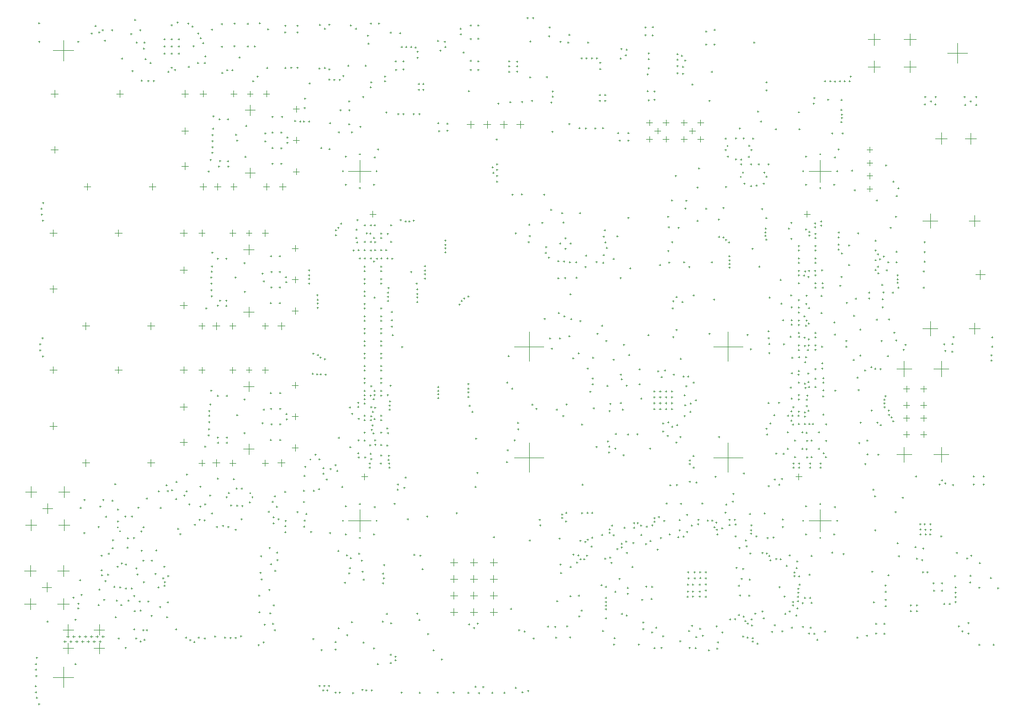
<source format=gbr>
G04*
G04 #@! TF.GenerationSoftware,Altium Limited,Altium Designer,23.7.1 (13)*
G04*
G04 Layer_Color=128*
%FSLAX25Y25*%
%MOIN*%
G70*
G04*
G04 #@! TF.SameCoordinates,27D51526-8311-448D-B6E4-34D2AC34C314*
G04*
G04*
G04 #@! TF.FilePolarity,Positive*
G04*
G01*
G75*
%ADD357C,0.00200*%
D357*
X245715Y-309138D02*
X250046D01*
X247881Y-311304D02*
Y-306973D01*
X245715Y-319138D02*
X250046D01*
X247881Y-321304D02*
Y-316973D01*
X245715Y-339138D02*
X250046D01*
X247881Y-341304D02*
Y-336973D01*
X245715Y-329138D02*
X250046D01*
X247881Y-331304D02*
Y-326973D01*
X233716Y-309080D02*
X238047D01*
X235881Y-311245D02*
Y-306914D01*
X233716Y-319079D02*
X238047D01*
X235881Y-321245D02*
Y-316914D01*
X233716Y-339079D02*
X238047D01*
X235881Y-341245D02*
Y-336914D01*
X233716Y-329080D02*
X238047D01*
X235881Y-331245D02*
Y-326914D01*
X257642Y-309138D02*
X261973D01*
X259807Y-311304D02*
Y-306973D01*
X257642Y-319138D02*
X261973D01*
X259807Y-321304D02*
Y-316973D01*
X257642Y-339138D02*
X261973D01*
X259807Y-341304D02*
Y-336973D01*
X257642Y-329138D02*
X261973D01*
X259807Y-331304D02*
Y-326973D01*
X11516Y-166349D02*
X15650D01*
X13583Y-168416D02*
Y-164282D01*
X-8169Y-144026D02*
X-4036D01*
X-6102Y-146093D02*
Y-141959D01*
X-8169Y-110246D02*
X-4036D01*
X-6102Y-112313D02*
Y-108179D01*
X81791Y-166368D02*
X85531D01*
X83661Y-168238D02*
Y-164498D01*
X81791Y-110227D02*
X85531D01*
X83661Y-112097D02*
Y-108356D01*
X100295Y-166368D02*
X104035D01*
X102165Y-168238D02*
Y-164498D01*
X100295Y-110227D02*
X104035D01*
X102165Y-112097D02*
Y-108356D01*
X119980Y-110227D02*
X123720D01*
X121850Y-112097D02*
Y-108356D01*
X119980Y-166368D02*
X123720D01*
X121850Y-168238D02*
Y-164498D01*
X138091Y-119400D02*
X141831D01*
X139961Y-121270D02*
Y-117530D01*
X138091Y-138297D02*
X141831D01*
X139961Y-140168D02*
Y-136427D01*
X138091Y-157195D02*
X141831D01*
X139961Y-159065D02*
Y-155325D01*
X31201Y-110246D02*
X35335D01*
X33268Y-112313D02*
Y-108179D01*
X50886Y-166349D02*
X55020D01*
X52953Y-168416D02*
Y-164282D01*
X70571Y-110246D02*
X74705D01*
X72638Y-112313D02*
Y-108179D01*
X70571Y-132608D02*
X74705D01*
X72638Y-134676D02*
Y-130542D01*
X70571Y-153868D02*
X74705D01*
X72638Y-155935D02*
Y-151801D01*
X90256Y-166349D02*
X94390D01*
X92323Y-168416D02*
Y-164282D01*
X110335Y-110246D02*
X113681D01*
X112008Y-111920D02*
Y-108573D01*
X129626Y-166349D02*
X133760D01*
X131693Y-168416D02*
Y-164282D01*
X12303Y-82215D02*
X16437D01*
X14370Y-84281D02*
Y-80148D01*
X-7382Y-59892D02*
X-3248D01*
X-5315Y-61959D02*
Y-57825D01*
X-7382Y-26112D02*
X-3248D01*
X-5315Y-28179D02*
Y-24045D01*
X82579Y-82234D02*
X86319D01*
X84449Y-84104D02*
Y-80364D01*
X82579Y-26092D02*
X86319D01*
X84449Y-27963D02*
Y-24223D01*
X101083Y-82234D02*
X104823D01*
X102953Y-84104D02*
Y-80364D01*
X101083Y-26092D02*
X104823D01*
X102953Y-27963D02*
Y-24223D01*
X120768Y-26092D02*
X124508D01*
X122638Y-27963D02*
Y-24223D01*
X120768Y-82234D02*
X124508D01*
X122638Y-84104D02*
Y-80364D01*
X138878Y-35266D02*
X142618D01*
X140748Y-37136D02*
Y-33396D01*
X138878Y-54163D02*
X142618D01*
X140748Y-56033D02*
Y-52293D01*
X138878Y-73061D02*
X142618D01*
X140748Y-74931D02*
Y-71191D01*
X31988Y-26112D02*
X36122D01*
X34055Y-28179D02*
Y-24045D01*
X51673Y-82215D02*
X55807D01*
X53740Y-84281D02*
Y-80148D01*
X71358Y-26112D02*
X75492D01*
X73425Y-28179D02*
Y-24045D01*
X71358Y-48474D02*
X75492D01*
X73425Y-50541D02*
Y-46407D01*
X71358Y-69734D02*
X75492D01*
X73425Y-71801D02*
Y-67667D01*
X91043Y-82215D02*
X95177D01*
X93110Y-84281D02*
Y-80148D01*
X111122Y-26112D02*
X114469D01*
X112795Y-27786D02*
Y-24439D01*
X130413Y-82215D02*
X134547D01*
X132480Y-84281D02*
Y-80148D01*
X450414Y-72760D02*
X463814D01*
X457114Y-79461D02*
Y-66061D01*
X108957Y-120187D02*
X115059D01*
X112008Y-123238D02*
Y-117136D01*
X108957Y-157983D02*
X115059D01*
X112008Y-161034D02*
Y-154931D01*
X11516Y-249050D02*
X15650D01*
X13583Y-251117D02*
Y-246983D01*
X-8169Y-226727D02*
X-4036D01*
X-6102Y-228794D02*
Y-224660D01*
X-8169Y-192948D02*
X-4036D01*
X-6102Y-195015D02*
Y-190881D01*
X81791Y-249070D02*
X85531D01*
X83661Y-250940D02*
Y-247200D01*
X81791Y-192928D02*
X85531D01*
X83661Y-194798D02*
Y-191058D01*
X100295Y-249070D02*
X104035D01*
X102165Y-250940D02*
Y-247200D01*
X100295Y-192928D02*
X104035D01*
X102165Y-194798D02*
Y-191058D01*
X119980Y-192928D02*
X123720D01*
X121850Y-194798D02*
Y-191058D01*
X119980Y-249070D02*
X123720D01*
X121850Y-250940D02*
Y-247200D01*
X138091Y-202101D02*
X141831D01*
X139961Y-203971D02*
Y-200231D01*
X138091Y-220999D02*
X141831D01*
X139961Y-222869D02*
Y-219129D01*
X138091Y-239897D02*
X141831D01*
X139961Y-241767D02*
Y-238026D01*
X31201Y-192948D02*
X35335D01*
X33268Y-195015D02*
Y-190881D01*
X50886Y-249050D02*
X55020D01*
X52953Y-251117D02*
Y-246983D01*
X70571Y-192948D02*
X74705D01*
X72638Y-195015D02*
Y-190881D01*
X70571Y-215310D02*
X74705D01*
X72638Y-217377D02*
Y-213243D01*
X70571Y-236570D02*
X74705D01*
X72638Y-238637D02*
Y-234503D01*
X90256Y-249050D02*
X94390D01*
X92323Y-251117D02*
Y-246983D01*
X110335Y-192948D02*
X113681D01*
X112008Y-194621D02*
Y-191274D01*
X129626Y-249050D02*
X133760D01*
X131693Y-251117D02*
Y-246983D01*
X486214Y-9825D02*
X493301D01*
X489757Y-13368D02*
Y-6282D01*
X486214Y6675D02*
X493301D01*
X489757Y3132D02*
Y10219D01*
X507914Y-9825D02*
X515001D01*
X511457Y-13368D02*
Y-6282D01*
X507914Y6675D02*
X515001D01*
X511457Y3132D02*
Y10219D01*
X534258Y-1575D02*
X546058D01*
X540158Y-7475D02*
Y4325D01*
X485360Y-59943D02*
X488864D01*
X487112Y-61695D02*
Y-58192D01*
X485360Y-67817D02*
X488864D01*
X487112Y-69569D02*
Y-66066D01*
X485360Y-75691D02*
X488864D01*
X487112Y-77443D02*
Y-73940D01*
X485360Y-83565D02*
X488864D01*
X487112Y-85317D02*
Y-81814D01*
X108Y-356916D02*
X1683D01*
X896Y-357703D02*
Y-356129D01*
X1880Y-353845D02*
X3455D01*
X2667Y-354632D02*
Y-353058D01*
X3652Y-356916D02*
X5226D01*
X4439Y-357703D02*
Y-356129D01*
X5423Y-353845D02*
X6998D01*
X6211Y-354632D02*
Y-353058D01*
X7195Y-356916D02*
X8770D01*
X7982Y-357703D02*
Y-356129D01*
X8967Y-353845D02*
X10541D01*
X9754Y-354632D02*
Y-353058D01*
X10738Y-356916D02*
X12313D01*
X11526Y-357703D02*
Y-356129D01*
X12510Y-353845D02*
X14085D01*
X13297Y-354632D02*
Y-353058D01*
X14281Y-356916D02*
X15856D01*
X15069Y-357703D02*
Y-356129D01*
X16053Y-353845D02*
X17628D01*
X16841Y-354632D02*
Y-353058D01*
X17825Y-356916D02*
X19400D01*
X18612Y-357703D02*
Y-356129D01*
X19597Y-353845D02*
X21171D01*
X20384Y-354632D02*
Y-353058D01*
X21368Y-356916D02*
X22943D01*
X22155Y-357703D02*
Y-356129D01*
X23140Y-353845D02*
X24715D01*
X23927Y-354632D02*
Y-353058D01*
X-285Y-361010D02*
X6014D01*
X2864Y-364160D02*
Y-357861D01*
X-285Y-349750D02*
X6014D01*
X2864Y-352900D02*
Y-346601D01*
X18612Y-361010D02*
X24911D01*
X21762Y-364160D02*
Y-357861D01*
X18612Y-349750D02*
X24911D01*
X21762Y-352900D02*
Y-346601D01*
X272616Y-245753D02*
X290116D01*
X281366Y-254503D02*
Y-237003D01*
X447295Y-98784D02*
X451035D01*
X449165Y-100654D02*
Y-96914D01*
X442295Y-257327D02*
X446035D01*
X444165Y-259197D02*
Y-255457D01*
X272616Y-178784D02*
X290116D01*
X281366Y-187534D02*
Y-170034D01*
X392812Y-245753D02*
X410312D01*
X401562Y-254503D02*
Y-237002D01*
X392812Y-178784D02*
X410312D01*
X401562Y-187534D02*
Y-170034D01*
X185043Y-98784D02*
X188783D01*
X186913Y-100654D02*
Y-96914D01*
X180043Y-257327D02*
X183783D01*
X181913Y-259197D02*
Y-255457D01*
X108957Y-202889D02*
X115059D01*
X112008Y-205940D02*
Y-199838D01*
X108957Y-240684D02*
X115059D01*
X112008Y-243735D02*
Y-237633D01*
X551148Y-135356D02*
X556648D01*
X553898Y-138106D02*
Y-132606D01*
X519261Y-167836D02*
X528061D01*
X523661Y-172236D02*
Y-163436D01*
X547004Y-167836D02*
X553704D01*
X550354Y-171186D02*
Y-164486D01*
X519261Y-102875D02*
X528061D01*
X523661Y-107275D02*
Y-98475D01*
X547004Y-102875D02*
X553704D01*
X550354Y-106226D02*
Y-99525D01*
X172264Y-283981D02*
X185664D01*
X178964Y-290681D02*
Y-277281D01*
X450414Y-283981D02*
X463814D01*
X457114Y-290681D02*
Y-277281D01*
X172264Y-72760D02*
X185664D01*
X178964Y-79461D02*
Y-66061D01*
X525781Y-243937D02*
X534836D01*
X530308Y-248465D02*
Y-239409D01*
X525781Y-192205D02*
X534836D01*
X530308Y-196732D02*
Y-187677D01*
X503418Y-192205D02*
X512474D01*
X507946Y-196732D02*
Y-187677D01*
X503418Y-243937D02*
X512474D01*
X507946Y-248465D02*
Y-239409D01*
X517828Y-231850D02*
X521450D01*
X519639Y-233661D02*
Y-230039D01*
X517828Y-204291D02*
X521450D01*
X519639Y-206102D02*
Y-202480D01*
X517828Y-222008D02*
X521450D01*
X519639Y-223819D02*
Y-220197D01*
X517828Y-214134D02*
X521450D01*
X519639Y-215945D02*
Y-212323D01*
X507513Y-222008D02*
X511135D01*
X509324Y-223819D02*
Y-220197D01*
X507513Y-214134D02*
X511135D01*
X509324Y-215945D02*
Y-212323D01*
X507513Y-204291D02*
X511135D01*
X509324Y-206102D02*
Y-202480D01*
X507513Y-231850D02*
X511135D01*
X509324Y-233661D02*
Y-230039D01*
X243884Y-44625D02*
X248215D01*
X246049Y-46790D02*
Y-42459D01*
X253884Y-44625D02*
X258215D01*
X256049Y-46790D02*
Y-42459D01*
X273884Y-44625D02*
X278215D01*
X276049Y-46790D02*
Y-42459D01*
X263884Y-44625D02*
X268215D01*
X266049Y-46790D02*
Y-42459D01*
X-6260Y0D02*
X6260D01*
X0Y-6260D02*
Y6260D01*
X357273Y-48582D02*
X360772D01*
X359022Y-50332D02*
Y-46832D01*
X352273Y-43582D02*
X355772D01*
X354023Y-45332D02*
Y-41832D01*
X352273Y-53582D02*
X355772D01*
X354023Y-55332D02*
Y-51832D01*
X362273Y-53582D02*
X365773D01*
X364022Y-55332D02*
Y-51832D01*
X362273Y-43582D02*
X365773D01*
X364022Y-45332D02*
Y-41832D01*
X526772Y-53150D02*
X533858D01*
X530315Y-56693D02*
Y-49606D01*
X544685Y-53150D02*
X551378D01*
X548032Y-56496D02*
Y-49803D01*
X378148Y-48591D02*
X381648D01*
X379898Y-50341D02*
Y-46841D01*
X373148Y-43591D02*
X376648D01*
X374898Y-45341D02*
Y-41841D01*
X373148Y-53591D02*
X376648D01*
X374898Y-55341D02*
Y-51841D01*
X383148Y-53591D02*
X386648D01*
X384898Y-55341D02*
Y-51841D01*
X383148Y-43591D02*
X386648D01*
X384898Y-45341D02*
Y-41841D01*
X-23386Y-314096D02*
X-16693D01*
X-20039Y-317442D02*
Y-310749D01*
X-3386Y-314096D02*
X3307D01*
X-39Y-317442D02*
Y-310749D01*
X-3386Y-334096D02*
X3307D01*
X-39Y-337442D02*
Y-330749D01*
X-12992Y-324096D02*
X-7087D01*
X-10039Y-327048D02*
Y-321143D01*
X-23386Y-334096D02*
X-16693D01*
X-20039Y-337442D02*
Y-330749D01*
X109744Y-36053D02*
X115847D01*
X112795Y-39104D02*
Y-33002D01*
X109744Y-73848D02*
X115847D01*
X112795Y-76900D02*
Y-70797D01*
X-22795Y-286455D02*
X-16102D01*
X-19449Y-289801D02*
Y-283108D01*
X-12402Y-276454D02*
X-6496D01*
X-9449Y-279407D02*
Y-273502D01*
X-2795Y-286455D02*
X3898D01*
X551Y-289801D02*
Y-283108D01*
X-2795Y-266455D02*
X3898D01*
X551Y-269801D02*
Y-263108D01*
X-22795Y-266455D02*
X-16102D01*
X-19449Y-269801D02*
Y-263108D01*
X-6260Y-378395D02*
X6260D01*
X0Y-384655D02*
Y-372135D01*
X208356Y-103124D02*
X209356D01*
X208856Y-103624D02*
Y-102624D01*
X181475Y-105556D02*
X182475D01*
X181975Y-106056D02*
Y-105056D01*
X206256Y-103124D02*
X207256D01*
X206756Y-103624D02*
Y-102624D01*
X185130Y-105556D02*
X186130D01*
X185630Y-106056D02*
Y-105056D01*
X165602Y-107019D02*
X166602D01*
X166102Y-107519D02*
Y-106519D01*
X164118Y-108504D02*
X165118D01*
X164618Y-109004D02*
Y-108004D01*
X187695Y-120556D02*
X188695D01*
X188195Y-121056D02*
Y-120056D01*
X191351Y-120556D02*
X192351D01*
X191851Y-121056D02*
Y-120056D01*
X144683Y-42743D02*
X145683D01*
X145183Y-43243D02*
Y-42243D01*
X142583Y-42743D02*
X143583D01*
X143083Y-43243D02*
Y-42243D01*
X181475Y-125556D02*
X182475D01*
X181975Y-126056D02*
Y-125056D01*
X185130Y-125556D02*
X186130D01*
X185630Y-126056D02*
Y-125056D01*
X195130Y-125556D02*
X196130D01*
X195630Y-126056D02*
Y-125056D01*
X147937Y-135654D02*
X148937D01*
X148437Y-136154D02*
Y-135154D01*
X191475Y-125556D02*
X192475D01*
X191975Y-126056D02*
Y-125056D01*
X147937Y-137754D02*
X148937D01*
X148437Y-138254D02*
Y-137254D01*
X-17278Y-383829D02*
X-16278D01*
X-16778Y-384330D02*
Y-383330D01*
X-17190Y-373766D02*
X-16190D01*
X-16690Y-374266D02*
Y-373266D01*
X-17102Y-370421D02*
X-16102D01*
X-16602Y-370921D02*
Y-369921D01*
X-17083Y-387396D02*
X-16083D01*
X-16583Y-387896D02*
Y-386896D01*
X-16926Y-377580D02*
X-15926D01*
X-16426Y-378080D02*
Y-377080D01*
X-16574Y-390871D02*
X-15574D01*
X-16074Y-391371D02*
Y-390371D01*
X-16574Y-366666D02*
X-15574D01*
X-16074Y-367166D02*
Y-366166D01*
X-15254Y-394568D02*
X-14254D01*
X-14754Y-395068D02*
Y-394068D01*
X153144Y-183874D02*
X154144D01*
X153644Y-184374D02*
Y-183374D01*
X154629Y-185359D02*
X155629D01*
X155129Y-185859D02*
Y-184859D01*
X157341Y-186310D02*
X158341D01*
X157841Y-186810D02*
Y-185810D01*
X150430Y-182937D02*
X151430D01*
X150930Y-183437D02*
Y-182437D01*
X154884Y-195525D02*
X155884D01*
X155384Y-196025D02*
Y-195025D01*
X152784Y-195525D02*
X153784D01*
X153284Y-196025D02*
Y-195025D01*
X150060Y-195113D02*
X151060D01*
X150560Y-195613D02*
Y-194613D01*
X157827Y-195621D02*
X158827D01*
X158327Y-196121D02*
Y-195121D01*
X360732Y-360702D02*
X361732D01*
X361232Y-361202D02*
Y-360202D01*
X339656Y-341138D02*
X340656D01*
X340156Y-341638D02*
Y-340638D01*
X336876Y-340101D02*
X337876D01*
X337376Y-340601D02*
Y-339601D01*
X372388Y-186203D02*
X373388D01*
X372888Y-186703D02*
Y-185703D01*
X310533Y-304734D02*
X311533D01*
X311033Y-305234D02*
Y-304234D01*
X307551Y-304248D02*
X308551D01*
X308051Y-304748D02*
Y-303748D01*
X388642Y-283819D02*
X389642D01*
X389142Y-284319D02*
Y-283319D01*
X383016Y-283294D02*
X384016D01*
X383516Y-283794D02*
Y-282794D01*
X391435Y-283869D02*
X392435D01*
X391934Y-284369D02*
Y-283369D01*
X417421Y-339959D02*
X418422D01*
X417921Y-340459D02*
Y-339459D01*
X314002Y-307089D02*
X315002D01*
X314502Y-307589D02*
Y-306589D01*
X217795Y-134914D02*
X218795D01*
X218295Y-135414D02*
Y-134414D01*
X311902Y-307089D02*
X312902D01*
X312402Y-307589D02*
Y-306589D01*
X217795Y-132814D02*
X218795D01*
X218295Y-133314D02*
Y-132314D01*
X412837Y-345928D02*
X413837D01*
X413337Y-346428D02*
Y-345428D01*
X411352Y-344443D02*
X412352D01*
X411852Y-344943D02*
Y-343943D01*
X354023Y-296150D02*
X355023D01*
X354522Y-296650D02*
Y-295650D01*
X351425Y-298038D02*
X352425D01*
X351925Y-298537D02*
Y-297537D01*
X370029Y-262365D02*
X371029D01*
X370529Y-262865D02*
Y-261865D01*
X381954Y-260887D02*
X382954D01*
X382454Y-261387D02*
Y-260387D01*
X360411Y-294388D02*
X361411D01*
X360911Y-294887D02*
Y-293887D01*
X377826Y-260325D02*
X378826D01*
X378326Y-260825D02*
Y-259825D01*
X398245Y-112822D02*
X399245D01*
X398745Y-113322D02*
Y-112322D01*
X377932Y-249607D02*
X378932D01*
X378432Y-250107D02*
Y-249107D01*
X399730Y-114307D02*
X400730D01*
X400230Y-114807D02*
Y-113807D01*
X377932Y-247507D02*
X378932D01*
X378432Y-248007D02*
Y-247007D01*
X495378Y-210807D02*
X496379D01*
X495879Y-211308D02*
Y-210308D01*
X344275Y-285358D02*
X345275D01*
X344775Y-285858D02*
Y-284858D01*
X495378Y-212908D02*
X496379D01*
X495879Y-213407D02*
Y-212407D01*
X346375Y-285358D02*
X347375D01*
X346875Y-285858D02*
Y-284858D01*
X498293Y-219959D02*
X499293D01*
X498793Y-220459D02*
Y-219459D01*
X499778Y-221444D02*
X500778D01*
X500278Y-221944D02*
Y-220944D01*
X356514Y-284460D02*
X357514D01*
X357014Y-284960D02*
Y-283960D01*
X356574Y-282301D02*
X357574D01*
X357074Y-282801D02*
Y-281801D01*
X318902Y-279193D02*
X319902D01*
X319402Y-279693D02*
Y-278693D01*
X316045Y-279193D02*
X317045D01*
X316545Y-279693D02*
Y-278693D01*
X312750Y-279240D02*
X313750D01*
X313250Y-279740D02*
Y-278740D01*
X329447Y-291199D02*
X330447D01*
X329947Y-291699D02*
Y-290699D01*
X414959Y-291708D02*
X415959D01*
X415459Y-292208D02*
Y-291208D01*
X240051Y-151181D02*
X241051D01*
X240551Y-151681D02*
Y-150681D01*
X329447Y-289099D02*
X330447D01*
X329947Y-289599D02*
Y-288599D01*
X414959Y-289608D02*
X415959D01*
X415459Y-290108D02*
Y-289108D01*
X241536Y-149696D02*
X242536D01*
X242036Y-150196D02*
Y-149196D01*
X297561Y-216729D02*
X298561D01*
X298061Y-217229D02*
Y-216229D01*
X484826Y-353297D02*
X485826D01*
X485326Y-353797D02*
Y-352797D01*
X489888Y-289608D02*
X490888D01*
X490388Y-290108D02*
Y-289108D01*
X446029Y-333682D02*
X447029D01*
X446529Y-334182D02*
Y-333182D01*
X451447Y-333465D02*
X452447D01*
X451947Y-333965D02*
Y-332965D01*
X371777Y-289630D02*
X372777D01*
X372277Y-290130D02*
Y-289130D01*
X351821Y-287442D02*
X352821D01*
X352321Y-287942D02*
Y-286942D01*
X187067Y-361027D02*
X188067D01*
X187567Y-361526D02*
Y-360526D01*
X189372Y-370435D02*
X190372D01*
X189872Y-370935D02*
Y-369935D01*
X348547Y-292438D02*
X349547D01*
X349047Y-292938D02*
Y-291938D01*
X299961Y-315525D02*
X300961D01*
X300461Y-316024D02*
Y-315024D01*
X305958Y-311859D02*
X306958D01*
X306458Y-312359D02*
Y-311359D01*
X299761Y-310378D02*
X300761D01*
X300261Y-310878D02*
Y-309878D01*
X283493Y-355050D02*
X284493D01*
X283993Y-355550D02*
Y-354550D01*
X453006Y-352192D02*
X454006D01*
X453506Y-352692D02*
Y-351692D01*
X425583Y-262919D02*
X426583D01*
X426083Y-263420D02*
Y-262420D01*
X431948Y-262112D02*
X432948D01*
X432448Y-262612D02*
Y-261612D01*
X338398Y-288115D02*
X339398D01*
X338898Y-288615D02*
Y-287615D01*
X503326Y-297535D02*
X504326D01*
X503826Y-298035D02*
Y-297035D01*
X458507Y-197790D02*
X459507D01*
X459007Y-198290D02*
Y-197290D01*
X449364Y-195007D02*
X450363D01*
X449863Y-195507D02*
Y-194507D01*
X458507Y-200476D02*
X459507D01*
X459007Y-200976D02*
Y-199976D01*
X453710Y-198126D02*
X454710D01*
X454210Y-198626D02*
Y-197626D01*
X365693Y-292131D02*
X366693D01*
X366193Y-292631D02*
Y-291631D01*
X327186Y-333046D02*
X328186D01*
X327685Y-333546D02*
Y-332546D01*
X327186Y-335146D02*
X328186D01*
X327685Y-335646D02*
Y-334646D01*
X415856Y-354757D02*
X416856D01*
X416356Y-355257D02*
Y-354257D01*
X415856Y-356857D02*
X416856D01*
X416356Y-357357D02*
Y-356357D01*
X454834Y-355757D02*
X455834D01*
X455334Y-356257D02*
Y-355257D01*
X488675Y-265143D02*
X489675D01*
X489175Y-265643D02*
Y-264643D01*
X489638Y-269068D02*
X490638D01*
X490138Y-269568D02*
Y-268568D01*
X530213Y-259427D02*
X531213D01*
X530713Y-259927D02*
Y-258927D01*
X532134Y-261366D02*
X533134D01*
X532634Y-261866D02*
Y-260866D01*
X536816Y-262347D02*
X537816D01*
X537316Y-262847D02*
Y-261847D01*
X424146Y-228321D02*
X425146D01*
X424646Y-228821D02*
Y-227821D01*
X424613Y-231776D02*
X425613D01*
X425113Y-232276D02*
Y-231276D01*
X448517Y-214698D02*
X449517D01*
X449017Y-215198D02*
Y-214198D01*
X443665Y-217995D02*
X444665D01*
X444165Y-218495D02*
Y-217495D01*
X443688Y-210575D02*
X444688D01*
X444188Y-211075D02*
Y-210075D01*
X443603Y-195699D02*
X444603D01*
X444103Y-196199D02*
Y-195199D01*
X433621Y-258580D02*
X434621D01*
X434121Y-259080D02*
Y-258080D01*
X296468Y-347979D02*
X297468D01*
X296968Y-348479D02*
Y-347479D01*
X248699Y-234387D02*
X249699D01*
X249199Y-234887D02*
Y-233887D01*
X223043Y-362187D02*
X224043D01*
X223543Y-362687D02*
Y-361687D01*
X219151Y-281295D02*
X220151D01*
X219651Y-281795D02*
Y-280795D01*
X219793Y-352390D02*
X220793D01*
X220292Y-352890D02*
Y-351890D01*
X211393Y-304475D02*
X212393D01*
X211893Y-304975D02*
Y-303975D01*
X199565Y-273575D02*
X200565D01*
X200065Y-274075D02*
Y-273075D01*
X207626Y-282969D02*
X208626D01*
X208126Y-283469D02*
Y-282469D01*
X237099Y-279268D02*
X238099D01*
X237599Y-279768D02*
Y-278768D01*
X244946Y-214451D02*
X245946D01*
X245446Y-214951D02*
Y-213951D01*
X246512Y-218210D02*
X247512D01*
X247012Y-218709D02*
Y-217709D01*
X270472Y-204206D02*
X271472D01*
X270972Y-204706D02*
Y-203706D01*
X267461Y-200549D02*
X268461D01*
X267961Y-201049D02*
Y-200049D01*
X369960Y-168605D02*
X370960D01*
X370460Y-169105D02*
Y-168105D01*
X367814Y-173039D02*
X368814D01*
X368314Y-173539D02*
Y-172539D01*
X355088Y-351389D02*
X356088D01*
X355588Y-351889D02*
Y-350889D01*
X297748Y-332521D02*
X298748D01*
X298248Y-333021D02*
Y-332021D01*
X285287Y-216364D02*
X286287D01*
X285787Y-216864D02*
Y-215864D01*
X282684Y-213838D02*
X283684D01*
X283185Y-214338D02*
Y-213338D01*
X372265Y-233335D02*
X373265D01*
X372765Y-233835D02*
Y-232835D01*
X167846Y-263535D02*
X168846D01*
X168346Y-264035D02*
Y-263035D01*
X164916Y-253807D02*
X165916D01*
X165416Y-254307D02*
Y-253307D01*
X163931Y-250349D02*
X164931D01*
X164431Y-250849D02*
Y-249849D01*
X450044Y-111606D02*
X451044D01*
X450544Y-112106D02*
Y-111106D01*
X450044Y-109506D02*
X451044D01*
X450544Y-110006D02*
Y-109006D01*
X440276Y-332921D02*
X441276D01*
X440776Y-333421D02*
Y-332421D01*
X440276Y-335021D02*
X441276D01*
X440776Y-335521D02*
Y-334521D01*
X442956Y-336768D02*
X443956D01*
X443456Y-337268D02*
Y-336268D01*
X443231Y-332441D02*
X444231D01*
X443731Y-332941D02*
Y-331941D01*
X443352Y-327242D02*
X444352D01*
X443852Y-327742D02*
Y-326742D01*
X443352Y-325013D02*
X444352D01*
X443852Y-325513D02*
Y-324513D01*
X453603Y-133056D02*
X454603D01*
X454103Y-133556D02*
Y-132556D01*
X449947Y-133056D02*
X450947D01*
X450447Y-133556D02*
Y-132556D01*
X401903Y-128753D02*
X402903D01*
X402403Y-129253D02*
Y-128253D01*
X401903Y-126653D02*
X402903D01*
X402403Y-127153D02*
Y-126153D01*
X394152Y-289238D02*
X395152D01*
X394652Y-289738D02*
Y-288738D01*
X392667Y-287753D02*
X393667D01*
X393167Y-288253D02*
Y-287253D01*
X414294Y-279819D02*
X415294D01*
X414794Y-280319D02*
Y-279319D01*
X434035Y-287603D02*
X435036D01*
X434536Y-288103D02*
Y-287103D01*
X434114Y-283171D02*
X435114D01*
X434614Y-283671D02*
Y-282671D01*
X422973Y-279393D02*
X423973D01*
X423473Y-279893D02*
Y-278893D01*
X443727Y-225556D02*
X444727D01*
X444227Y-226056D02*
Y-225056D01*
X447382Y-225556D02*
X448382D01*
X447882Y-226056D02*
Y-225056D01*
X382802Y-285962D02*
X383802D01*
X383302Y-286462D02*
Y-285462D01*
X380220Y-251806D02*
X381220D01*
X380720Y-252306D02*
Y-251306D01*
X379995Y-244801D02*
X380995D01*
X380496Y-245301D02*
Y-244301D01*
X329701Y-306129D02*
X330701D01*
X330201Y-306629D02*
Y-305629D01*
X399391Y-278931D02*
X400391D01*
X399891Y-279431D02*
Y-278431D01*
X403820Y-272338D02*
X404820D01*
X404320Y-272838D02*
Y-271838D01*
X404224Y-267677D02*
X405224D01*
X404724Y-268177D02*
Y-267177D01*
X299260Y-294703D02*
X300260D01*
X299760Y-295203D02*
Y-294203D01*
X315650Y-304921D02*
X316650D01*
X316150Y-305421D02*
Y-304421D01*
X309700Y-309094D02*
X310700D01*
X310199Y-309594D02*
Y-308594D01*
X336649Y-299973D02*
X337649D01*
X337150Y-300473D02*
Y-299473D01*
X199969Y-366038D02*
X200969D01*
X200469Y-366538D02*
Y-365538D01*
X336649Y-297873D02*
X337649D01*
X337150Y-298373D02*
Y-297373D01*
X199969Y-368138D02*
X200969D01*
X200469Y-368638D02*
Y-367638D01*
X415198Y-343433D02*
X416198D01*
X415698Y-343933D02*
Y-342933D01*
X318593Y-299442D02*
X319593D01*
X319093Y-299942D02*
Y-298942D01*
X287186Y-283354D02*
X288186D01*
X287686Y-283854D02*
Y-282854D01*
X287486Y-286649D02*
X288486D01*
X287986Y-287149D02*
Y-286149D01*
X441074Y-315135D02*
X442074D01*
X441574Y-315635D02*
Y-314635D01*
X441074Y-317235D02*
X442074D01*
X441574Y-317735D02*
Y-316735D01*
X300690Y-282211D02*
X301690D01*
X301190Y-282711D02*
Y-281711D01*
X300690Y-280111D02*
X301690D01*
X301190Y-280611D02*
Y-279611D01*
X217795Y-137683D02*
X218795D01*
X218295Y-138183D02*
Y-137183D01*
X217795Y-130165D02*
X218795D01*
X218295Y-130665D02*
Y-129665D01*
X424349Y-303702D02*
X425349D01*
X424849Y-304202D02*
Y-303202D01*
X314655Y-296719D02*
X315655D01*
X315155Y-297219D02*
Y-296219D01*
X425834Y-305187D02*
X426834D01*
X426334Y-305687D02*
Y-304687D01*
X316140Y-295234D02*
X317140D01*
X316640Y-295734D02*
Y-294734D01*
X244052Y-206310D02*
X245052D01*
X244552Y-206810D02*
Y-205810D01*
X244052Y-204210D02*
X245052D01*
X244552Y-204710D02*
Y-203710D01*
X324806Y-292438D02*
X325806D01*
X325306Y-292938D02*
Y-291938D01*
X311757Y-295916D02*
X312757D01*
X312257Y-296416D02*
Y-295416D01*
X318808Y-294163D02*
X319808D01*
X319308Y-294663D02*
Y-293663D01*
X331886Y-292699D02*
X332886D01*
X332386Y-293199D02*
Y-292199D01*
X330900Y-286766D02*
X331900D01*
X331400Y-287266D02*
Y-286266D01*
X303207Y-279074D02*
X304207D01*
X303707Y-279574D02*
Y-278574D01*
X303081Y-284232D02*
X304081D01*
X303581Y-284732D02*
Y-283732D01*
X197130Y-369873D02*
X198130D01*
X197630Y-370374D02*
Y-369373D01*
X197130Y-364795D02*
X198130D01*
X197630Y-365295D02*
Y-364295D01*
X191402Y-113200D02*
X192402D01*
X191902Y-113700D02*
Y-112700D01*
X191351Y-110556D02*
X192351D01*
X191851Y-111056D02*
Y-110056D01*
X407934Y-300344D02*
X408934D01*
X408434Y-300844D02*
Y-299844D01*
X358401Y-301240D02*
X359401D01*
X358901Y-301740D02*
Y-300740D01*
X339894Y-303354D02*
X340894D01*
X340393Y-303854D02*
Y-302854D01*
X343788Y-297306D02*
X344788D01*
X344288Y-297806D02*
Y-296806D01*
X351548Y-323652D02*
X352548D01*
X352048Y-324152D02*
Y-323152D01*
X343253Y-311859D02*
X344253D01*
X343753Y-312359D02*
Y-311359D01*
X332825Y-326852D02*
X333825D01*
X333325Y-327352D02*
Y-326352D01*
X354751Y-331066D02*
X355751D01*
X355251Y-331566D02*
Y-330566D01*
X349046Y-331608D02*
X350046D01*
X349546Y-332108D02*
Y-331108D01*
X381750Y-354079D02*
X382750D01*
X382250Y-354579D02*
Y-353579D01*
X394108Y-347646D02*
X395108D01*
X394608Y-348146D02*
Y-347146D01*
X332020Y-358575D02*
X333020D01*
X332521Y-359075D02*
Y-358075D01*
X332459Y-354783D02*
X333459D01*
X332959Y-355283D02*
Y-354283D01*
X356558Y-360737D02*
X357558D01*
X357058Y-361237D02*
Y-360237D01*
X346969Y-358669D02*
X347969D01*
X347469Y-359169D02*
Y-358169D01*
X377648Y-360675D02*
X378648D01*
X378148Y-361175D02*
Y-360175D01*
X381440Y-360831D02*
X382440D01*
X381940Y-361331D02*
Y-360331D01*
X389337Y-362179D02*
X390337D01*
X389837Y-362679D02*
Y-361679D01*
X407544Y-340776D02*
X408544D01*
X408044Y-341276D02*
Y-340276D01*
X405173Y-343236D02*
X406173D01*
X405673Y-343736D02*
Y-342736D01*
X402224Y-343433D02*
X403224D01*
X402724Y-343933D02*
Y-342933D01*
X397504Y-351235D02*
X398504D01*
X398004Y-351735D02*
Y-350735D01*
X410042Y-353851D02*
X411042D01*
X410542Y-354351D02*
Y-353351D01*
X394405Y-361101D02*
X395405D01*
X394905Y-361601D02*
Y-360601D01*
X429226Y-346913D02*
X430226D01*
X429726Y-347413D02*
Y-346413D01*
X433710Y-350573D02*
X434710D01*
X434210Y-351073D02*
Y-350073D01*
X427553Y-350942D02*
X428552D01*
X428053Y-351442D02*
Y-350442D01*
X449891Y-351983D02*
X450891D01*
X450391Y-352483D02*
Y-351483D01*
X439626Y-348414D02*
X440626D01*
X440126Y-348914D02*
Y-347914D01*
X442278Y-341134D02*
X443278D01*
X442778Y-341634D02*
Y-340634D01*
X446206Y-347917D02*
X447206D01*
X446706Y-348417D02*
Y-347417D01*
X435608Y-340174D02*
X436608D01*
X436108Y-340673D02*
Y-339673D01*
X438203Y-338654D02*
X439204D01*
X438703Y-339154D02*
Y-338154D01*
X421647Y-338619D02*
X422647D01*
X422147Y-339119D02*
Y-338119D01*
X435090Y-329695D02*
X436091D01*
X435591Y-330195D02*
Y-329195D01*
X432076Y-323923D02*
X433076D01*
X432576Y-324423D02*
Y-323423D01*
X407573Y-323104D02*
X408573D01*
X408073Y-323604D02*
Y-322604D01*
X430063Y-306951D02*
X431063D01*
X430563Y-307451D02*
Y-306451D01*
X436336Y-311123D02*
X437336D01*
X436836Y-311623D02*
Y-310623D01*
X432658Y-307137D02*
X433659D01*
X433158Y-307637D02*
Y-306637D01*
X414334Y-303676D02*
X415334D01*
X414834Y-304176D02*
Y-303176D01*
X410060Y-312945D02*
X411060D01*
X410560Y-313445D02*
Y-312445D01*
X405977Y-312340D02*
X406977D01*
X406477Y-312840D02*
Y-311840D01*
X442640Y-308404D02*
X443640D01*
X443140Y-308904D02*
Y-307904D01*
X451447Y-305128D02*
X452447D01*
X451947Y-305628D02*
Y-304628D01*
X438160Y-304758D02*
X439160D01*
X438660Y-305258D02*
Y-304258D01*
X428302Y-293942D02*
X429302D01*
X428802Y-294442D02*
Y-293442D01*
X424888Y-294387D02*
X425888D01*
X425388Y-294887D02*
Y-293887D01*
X405559Y-293369D02*
X406559D01*
X406059Y-293869D02*
Y-292869D01*
X394487Y-292209D02*
X395487D01*
X394987Y-292709D02*
Y-291709D01*
X399925Y-274077D02*
X400925D01*
X400425Y-274577D02*
Y-273577D01*
X376266Y-280352D02*
X377266D01*
X376766Y-280852D02*
Y-279852D01*
X372560Y-273675D02*
X373560D01*
X373060Y-274175D02*
Y-273175D01*
X385363Y-273402D02*
X386363D01*
X385863Y-273902D02*
Y-272902D01*
X362394Y-283974D02*
X363394D01*
X362894Y-284474D02*
Y-283474D01*
X371718Y-283496D02*
X372718D01*
X372218Y-283996D02*
Y-282996D01*
X366000Y-262468D02*
X367000D01*
X366500Y-262967D02*
Y-261967D01*
X363930Y-273466D02*
X364930D01*
X364430Y-273966D02*
Y-272966D01*
X561404Y-358862D02*
X562403D01*
X561903Y-359362D02*
Y-358362D01*
X552650Y-358789D02*
X553650D01*
X553150Y-359289D02*
Y-358289D01*
X564112Y-324588D02*
X565112D01*
X564612Y-325089D02*
Y-324089D01*
X552786Y-324244D02*
X553786D01*
X553286Y-324744D02*
Y-323744D01*
X463894Y-303131D02*
X464894D01*
X464394Y-303631D02*
Y-302631D01*
X470639Y-303899D02*
X471639D01*
X471139Y-304399D02*
Y-303399D01*
X487979Y-314592D02*
X488979D01*
X488479Y-315092D02*
Y-314092D01*
X450874Y-348409D02*
X451874D01*
X451374Y-348909D02*
Y-347909D01*
X450141Y-316454D02*
X451141D01*
X450641Y-316954D02*
Y-315954D01*
X447392Y-330452D02*
X448392D01*
X447892Y-330952D02*
Y-329952D01*
X450588Y-330452D02*
X451588D01*
X451088Y-330952D02*
Y-329952D01*
X489041Y-333080D02*
X490041D01*
X489541Y-333580D02*
Y-332580D01*
X479084Y-354539D02*
X480084D01*
X479584Y-355039D02*
Y-354039D01*
X459463Y-350845D02*
X460463D01*
X459963Y-351345D02*
Y-350345D01*
X340325Y-327965D02*
X341325D01*
X340825Y-328465D02*
Y-327465D01*
X340383Y-324506D02*
X341383D01*
X340883Y-325006D02*
Y-324006D01*
X324463Y-322874D02*
X325463D01*
X324963Y-323374D02*
Y-322374D01*
X326737Y-306752D02*
X327737D01*
X327237Y-307252D02*
Y-306252D01*
X312520Y-338188D02*
X313520D01*
X313020Y-338688D02*
Y-337688D01*
X327226Y-342731D02*
X328226D01*
X327726Y-343231D02*
Y-342231D01*
X325330Y-350458D02*
X326330D01*
X325830Y-350958D02*
Y-349958D01*
X310942Y-329082D02*
X311942D01*
X311441Y-329582D02*
Y-328582D01*
X327151Y-323798D02*
X328151D01*
X327651Y-324298D02*
Y-323298D01*
X330489Y-309247D02*
X331489D01*
X330989Y-309747D02*
Y-308747D01*
X303735Y-347684D02*
X304735D01*
X304235Y-348184D02*
Y-347184D01*
X259491Y-293885D02*
X260491D01*
X259991Y-294385D02*
Y-293385D01*
X281128Y-295873D02*
X282128D01*
X281628Y-296374D02*
Y-295374D01*
X310979Y-341590D02*
X311979D01*
X311479Y-342090D02*
Y-341090D01*
X305712Y-329483D02*
X306712D01*
X306211Y-329983D02*
Y-328983D01*
X292170Y-347755D02*
X293170D01*
X292670Y-348255D02*
Y-347255D01*
X269881Y-337067D02*
X270881D01*
X270381Y-337566D02*
Y-336566D01*
X249660Y-345970D02*
X250660D01*
X250160Y-346470D02*
Y-345470D01*
X247574Y-348594D02*
X248574D01*
X248074Y-349094D02*
Y-348094D01*
X244497Y-346514D02*
X245497D01*
X244997Y-347014D02*
Y-346014D01*
X248316Y-384113D02*
X249316D01*
X248816Y-384613D02*
Y-383613D01*
X253095Y-384246D02*
X254095D01*
X253595Y-384746D02*
Y-383746D01*
X278104Y-350833D02*
X279104D01*
X278604Y-351333D02*
Y-350333D01*
X274762Y-349974D02*
X275762D01*
X275262Y-350473D02*
Y-349474D01*
X305564Y-354250D02*
X306564D01*
X306064Y-354749D02*
Y-353749D01*
X296996Y-354422D02*
X297996D01*
X297496Y-354922D02*
Y-353922D01*
X327186Y-337359D02*
X328186D01*
X327685Y-337859D02*
Y-336859D01*
X327186Y-330452D02*
X328186D01*
X327685Y-330952D02*
Y-329952D01*
X542586Y-350623D02*
X543586D01*
X543086Y-351122D02*
Y-350122D01*
X540352Y-347643D02*
X541352D01*
X540852Y-348143D02*
Y-347143D01*
X185130Y-115556D02*
X186130D01*
X185630Y-116056D02*
Y-115056D01*
X181475Y-115556D02*
X182475D01*
X181975Y-116056D02*
Y-115056D01*
X422613Y-342726D02*
X423613D01*
X423113Y-343226D02*
Y-342226D01*
X413705Y-329138D02*
X414705D01*
X414205Y-329638D02*
Y-328638D01*
X408264Y-328912D02*
X409264D01*
X408764Y-329412D02*
Y-328412D01*
X443231Y-329733D02*
X444231D01*
X443731Y-330233D02*
Y-329233D01*
X444218Y-322486D02*
X445218D01*
X444718Y-322986D02*
Y-321986D01*
X414002Y-319468D02*
X415002D01*
X414502Y-319968D02*
Y-318968D01*
X409188Y-319039D02*
X410188D01*
X409688Y-319539D02*
Y-318539D01*
X443861Y-317448D02*
X444861D01*
X444361Y-317948D02*
Y-316948D01*
X442376Y-312490D02*
X443375D01*
X442875Y-312990D02*
Y-311990D01*
X426590Y-307790D02*
X427590D01*
X427090Y-308290D02*
Y-307290D01*
X421640Y-303265D02*
X422640D01*
X422140Y-303765D02*
Y-302765D01*
X412254Y-299351D02*
X413254D01*
X412754Y-299851D02*
Y-298851D01*
X385721Y-353241D02*
X386721D01*
X386221Y-353741D02*
Y-352741D01*
X394885Y-357390D02*
X395885D01*
X395386Y-357890D02*
Y-356890D01*
X384067Y-349120D02*
X385067D01*
X384567Y-349620D02*
Y-348620D01*
X418698Y-358136D02*
X419698D01*
X419198Y-358636D02*
Y-357636D01*
X412736Y-354472D02*
X413736D01*
X413236Y-354972D02*
Y-353972D01*
X379249Y-347319D02*
X380249D01*
X379749Y-347819D02*
Y-346819D01*
X377364Y-350458D02*
X378364D01*
X377865Y-350958D02*
Y-349958D01*
X371969Y-356610D02*
X372969D01*
X372469Y-357111D02*
Y-356111D01*
X415423Y-347189D02*
X416423D01*
X415923Y-347689D02*
Y-346689D01*
X410377Y-341813D02*
X411377D01*
X410877Y-342314D02*
Y-341314D01*
X361670Y-353573D02*
X362670D01*
X362170Y-354073D02*
Y-353073D01*
X357580Y-348414D02*
X358580D01*
X358080Y-348914D02*
Y-347914D01*
X349702Y-345307D02*
X350702D01*
X350202Y-345807D02*
Y-344807D01*
X349633Y-349314D02*
X350633D01*
X350133Y-349814D02*
Y-348814D01*
X355027Y-323735D02*
X356027D01*
X355526Y-324235D02*
Y-323235D01*
X335438Y-319039D02*
X336438D01*
X335938Y-319539D02*
Y-318539D01*
X339384Y-296430D02*
X340384D01*
X339884Y-296930D02*
Y-295930D01*
X334026Y-300894D02*
X335026D01*
X334526Y-301394D02*
Y-300394D01*
X418084Y-293262D02*
X419084D01*
X418584Y-293761D02*
Y-292761D01*
X415020Y-286697D02*
X416020D01*
X415520Y-287197D02*
Y-286197D01*
X393924Y-284939D02*
X394924D01*
X394424Y-285439D02*
Y-284439D01*
X397401Y-288444D02*
X398401D01*
X397901Y-288944D02*
Y-287944D01*
X411754Y-295749D02*
X412754D01*
X412254Y-296249D02*
Y-295249D01*
X379055Y-286870D02*
X380055D01*
X379555Y-287370D02*
Y-286370D01*
X376153Y-290674D02*
X377153D01*
X376653Y-291174D02*
Y-290174D01*
X374095Y-293513D02*
X375095D01*
X374595Y-294013D02*
Y-293013D01*
X370941Y-293763D02*
X371941D01*
X371441Y-294263D02*
Y-293263D01*
X376787Y-326698D02*
X377787D01*
X377287Y-327198D02*
Y-326198D01*
X376787Y-322486D02*
X377787D01*
X377287Y-322986D02*
Y-321986D01*
X379681Y-322486D02*
X380681D01*
X380181Y-322986D02*
Y-321986D01*
X379681Y-326698D02*
X380681D01*
X380181Y-327198D02*
Y-326198D01*
X383893Y-326698D02*
X384893D01*
X384393Y-327198D02*
Y-326198D01*
X383893Y-322486D02*
X384893D01*
X384393Y-322986D02*
Y-321986D01*
X384241Y-318493D02*
X385241D01*
X384740Y-318992D02*
Y-317992D01*
X380802Y-318638D02*
X381803D01*
X381302Y-319138D02*
Y-318138D01*
X377122Y-318638D02*
X378122D01*
X377622Y-319138D02*
Y-318138D01*
X376501Y-329733D02*
X377501D01*
X377001Y-330233D02*
Y-329233D01*
X379681Y-329592D02*
X380681D01*
X380181Y-330092D02*
Y-329092D01*
X383893Y-329592D02*
X384893D01*
X384393Y-330092D02*
Y-329092D01*
X387580Y-329733D02*
X388580D01*
X388080Y-330233D02*
Y-329233D01*
X387580Y-326030D02*
X388580D01*
X388080Y-326530D02*
Y-325530D01*
X387580Y-322376D02*
X388580D01*
X388080Y-322876D02*
Y-321876D01*
X387580Y-318638D02*
X388580D01*
X388080Y-319138D02*
Y-318138D01*
X387541Y-314965D02*
X388541D01*
X388041Y-315465D02*
Y-314465D01*
X384092Y-314965D02*
X385092D01*
X384592Y-315465D02*
Y-314465D01*
X380665Y-314918D02*
X381665D01*
X381165Y-315418D02*
Y-314418D01*
X376925Y-314918D02*
X377925D01*
X377425Y-315418D02*
Y-314418D01*
X248435Y-263505D02*
X249435D01*
X248936Y-264005D02*
Y-263005D01*
X249483Y-254966D02*
X250483D01*
X249984Y-255467D02*
Y-254467D01*
X206204Y-257728D02*
X207204D01*
X206704Y-258227D02*
Y-257227D01*
X205457Y-263932D02*
X206457D01*
X205957Y-264432D02*
Y-263432D01*
X201496Y-261970D02*
X202496D01*
X201996Y-262471D02*
Y-261471D01*
X201393Y-265165D02*
X202393D01*
X201893Y-265665D02*
Y-264665D01*
X186929Y-210515D02*
X187929D01*
X187429Y-211015D02*
Y-210015D01*
X181456Y-210465D02*
X182456D01*
X181956Y-210965D02*
Y-209965D01*
X186205Y-226310D02*
X187205D01*
X186705Y-226810D02*
Y-225810D01*
X185684Y-228928D02*
X186684D01*
X186184Y-229428D02*
Y-228428D01*
X186636Y-231221D02*
X187636D01*
X187136Y-231720D02*
Y-230720D01*
X187409Y-222506D02*
X188409D01*
X187909Y-223007D02*
Y-222007D01*
X186449Y-218171D02*
X187449D01*
X186949Y-218671D02*
Y-217671D01*
X181442Y-213093D02*
X182442D01*
X181942Y-213593D02*
Y-212593D01*
X185389Y-215290D02*
X186389D01*
X185889Y-215790D02*
Y-214790D01*
X172465Y-215463D02*
X173465D01*
X172965Y-215963D02*
Y-214963D01*
X173866Y-219356D02*
X174866D01*
X174366Y-219856D02*
Y-218856D01*
X6721Y-343564D02*
X7721D01*
X7221Y-344063D02*
Y-343063D01*
X30747Y-261853D02*
X31747D01*
X31247Y-262353D02*
Y-261353D01*
X272755Y-384814D02*
X273755D01*
X273255Y-385314D02*
Y-384314D01*
X362869Y-193173D02*
X363869D01*
X363369Y-193673D02*
Y-192673D01*
X374114Y-196806D02*
X375114D01*
X374614Y-197306D02*
Y-196306D01*
X370247Y-226121D02*
X371247D01*
X370747Y-226621D02*
Y-225621D01*
X367247Y-227121D02*
X368247D01*
X367747Y-227621D02*
Y-226621D01*
X538091Y-317361D02*
X539091D01*
X538591Y-317861D02*
Y-316861D01*
X304393Y4881D02*
X305393D01*
X304893Y4381D02*
Y5381D01*
X376863Y-196806D02*
X377863D01*
X377363Y-197306D02*
Y-196306D01*
X348547Y-210121D02*
X349547D01*
X349047Y-210621D02*
Y-209621D01*
X374687Y-220604D02*
X375687D01*
X375187Y-221104D02*
Y-220104D01*
X361642Y-225109D02*
X362642D01*
X362142Y-225609D02*
Y-224609D01*
X364916Y-224424D02*
X365916D01*
X365416Y-224924D02*
Y-223924D01*
X347573Y-201505D02*
X348573D01*
X348073Y-202005D02*
Y-201005D01*
X360928Y-197208D02*
X361928D01*
X361428Y-197708D02*
Y-196708D01*
X358649Y-193621D02*
X359649D01*
X359149Y-194121D02*
Y-193121D01*
X368247Y-195621D02*
X369247D01*
X368747Y-196121D02*
Y-195121D01*
X380283Y-200476D02*
X381283D01*
X380783Y-200976D02*
Y-199976D01*
X375747Y-202621D02*
X376747D01*
X376247Y-203121D02*
Y-202121D01*
X374662Y-208152D02*
X375662D01*
X375162Y-208652D02*
Y-207652D01*
X381581Y-211105D02*
X382581D01*
X382081Y-211605D02*
Y-210605D01*
X375047Y-214058D02*
X376047D01*
X375547Y-214558D02*
Y-213558D01*
X378447Y-213121D02*
X379447D01*
X378947Y-213621D02*
Y-212621D01*
X378247Y-218121D02*
X379247D01*
X378747Y-218621D02*
Y-217621D01*
X366972Y-205790D02*
X368153D01*
X367562Y-206381D02*
Y-205199D01*
X363428Y-205790D02*
X364610D01*
X364019Y-206381D02*
Y-205199D01*
X359885Y-205790D02*
X361066D01*
X360476Y-206381D02*
Y-205199D01*
X356342Y-205790D02*
X357523D01*
X356932Y-206381D02*
Y-205199D01*
X366972Y-209333D02*
X368153D01*
X367562Y-209924D02*
Y-208743D01*
X363428Y-209333D02*
X364610D01*
X364019Y-209924D02*
Y-208743D01*
X359885Y-209333D02*
X361066D01*
X360476Y-209924D02*
Y-208743D01*
X356342Y-209333D02*
X357523D01*
X356932Y-209924D02*
Y-208743D01*
X366972Y-212877D02*
X368153D01*
X367562Y-213467D02*
Y-212286D01*
X363428Y-212877D02*
X364610D01*
X364019Y-213467D02*
Y-212286D01*
X359885Y-212877D02*
X361066D01*
X360476Y-213467D02*
Y-212286D01*
X356342Y-212877D02*
X357523D01*
X356932Y-213467D02*
Y-212286D01*
X366972Y-216420D02*
X368153D01*
X367562Y-217010D02*
Y-215829D01*
X363428Y-216420D02*
X364610D01*
X364019Y-217010D02*
Y-215829D01*
X359885Y-216420D02*
X361066D01*
X360476Y-217010D02*
Y-215829D01*
X356342Y-216420D02*
X357523D01*
X356932Y-217010D02*
Y-215829D01*
X497496Y-184399D02*
X498496D01*
X497996Y-184899D02*
Y-183899D01*
X493756Y-175344D02*
X494756D01*
X494256Y-175844D02*
Y-174844D01*
X172696Y-239483D02*
X173696D01*
X173196Y-239983D02*
Y-238983D01*
X150707Y-265737D02*
X151707D01*
X151207Y-266237D02*
Y-265237D01*
X153935Y-264862D02*
X154935D01*
X154435Y-265362D02*
Y-264362D01*
X102449Y-258871D02*
X103449D01*
X102949Y-259371D02*
Y-258371D01*
X33630Y-324206D02*
X34631D01*
X34130Y-324706D02*
Y-323706D01*
X44213Y-316315D02*
X45213D01*
X44713Y-316815D02*
Y-315815D01*
X43621Y-312679D02*
X44621D01*
X44121Y-313179D02*
Y-312179D01*
X40682Y-324758D02*
X41682D01*
X41182Y-325258D02*
Y-324258D01*
X37182Y-324781D02*
X38182D01*
X37682Y-325281D02*
Y-324281D01*
X30182Y-323758D02*
X31182D01*
X30682Y-324258D02*
Y-323258D01*
X26399Y-316424D02*
X27399D01*
X26899Y-316924D02*
Y-315924D01*
X32157Y-311630D02*
X33156D01*
X32656Y-312130D02*
Y-311130D01*
X37182Y-310258D02*
X38182D01*
X37682Y-310758D02*
Y-309758D01*
X34721Y-309708D02*
X35721D01*
X35221Y-310208D02*
Y-309208D01*
X274192Y-228654D02*
X275192D01*
X274692Y-229154D02*
Y-228154D01*
X274028Y-224803D02*
X275028D01*
X274528Y-225303D02*
Y-224303D01*
X319217Y-198050D02*
X320217D01*
X319717Y-198550D02*
Y-197550D01*
X319176Y-201548D02*
X320176D01*
X319676Y-202048D02*
Y-201048D01*
X329413Y-217591D02*
X330413D01*
X329913Y-218091D02*
Y-217091D01*
X329893Y-213309D02*
X330893D01*
X330393Y-213808D02*
Y-212808D01*
X303407Y-213566D02*
X304407D01*
X303907Y-214066D02*
Y-213066D01*
X317692Y-205991D02*
X318692D01*
X318192Y-206491D02*
Y-205491D01*
X301452Y-220621D02*
X302452D01*
X301953Y-221121D02*
Y-220121D01*
X312793Y-225855D02*
X313793D01*
X313293Y-226355D02*
Y-225355D01*
X327459Y-175369D02*
X328459D01*
X327959Y-175869D02*
Y-174869D01*
X290284Y-161958D02*
X291284D01*
X290784Y-162458D02*
Y-161458D01*
X305120Y-172428D02*
X306120D01*
X305620Y-172928D02*
Y-171928D01*
X305650Y-147160D02*
X306650D01*
X306150Y-147660D02*
Y-146660D01*
X341884Y-131417D02*
X342884D01*
X342384Y-131917D02*
Y-130917D01*
X336093Y-137381D02*
X337093D01*
X336593Y-137881D02*
Y-136881D01*
X380283Y-147748D02*
X381283D01*
X380783Y-148248D02*
Y-147248D01*
X377568Y-130625D02*
X378568D01*
X378068Y-131125D02*
Y-130125D01*
X382562Y-102728D02*
X383562D01*
X383062Y-103228D02*
Y-102228D01*
X399634Y-82330D02*
X400634D01*
X400134Y-82830D02*
Y-81830D01*
X164013Y-111439D02*
X165013D01*
X164513Y-111939D02*
Y-110939D01*
X167170Y-104487D02*
X168170D01*
X167670Y-104987D02*
Y-103987D01*
X195356Y-110558D02*
X196356D01*
X195856Y-111058D02*
Y-110058D01*
X187503Y-105477D02*
X188503D01*
X188003Y-105977D02*
Y-104977D01*
X177085Y-102335D02*
X178085D01*
X177585Y-102835D02*
Y-101835D01*
X153041Y-152568D02*
X154041D01*
X153541Y-153068D02*
Y-152068D01*
X153041Y-150468D02*
X154041D01*
X153541Y-150968D02*
Y-149968D01*
X147937Y-140636D02*
X148937D01*
X148437Y-141136D02*
Y-140136D01*
X147937Y-132589D02*
X148937D01*
X148437Y-133089D02*
Y-132089D01*
X176958Y-115754D02*
X177958D01*
X177458Y-116254D02*
Y-115254D01*
X185184Y-120693D02*
X186184D01*
X185684Y-121193D02*
Y-120193D01*
X187695Y-115607D02*
X188695D01*
X188195Y-116107D02*
Y-115107D01*
X187109Y-113200D02*
X188109D01*
X187609Y-113700D02*
Y-112700D01*
X173656Y-49311D02*
X174656D01*
X174156Y-49811D02*
Y-48811D01*
X178810Y-46036D02*
X179810D01*
X179310Y-46536D02*
Y-45536D01*
X94021Y-66708D02*
X95021D01*
X94521Y-67208D02*
Y-66208D01*
X88391Y-65988D02*
X89391D01*
X88891Y-66488D02*
Y-65488D01*
X93969Y-150896D02*
X94969D01*
X94469Y-151396D02*
Y-150396D01*
X197867Y-157825D02*
X198867D01*
X198367Y-158325D02*
Y-157325D01*
X197867Y-162769D02*
X198867D01*
X198367Y-163269D02*
Y-162269D01*
X197960Y-166676D02*
X198960D01*
X198460Y-167176D02*
Y-166176D01*
X198422Y-171844D02*
X199422D01*
X198922Y-172344D02*
Y-171344D01*
X391260Y-127885D02*
X392260D01*
X391759Y-128385D02*
Y-127385D01*
X419889Y-130468D02*
X420889D01*
X420389Y-130968D02*
Y-129968D01*
X192983Y-318626D02*
X193983D01*
X193483Y-319126D02*
Y-318126D01*
X193218Y-310654D02*
X194218D01*
X193718Y-311154D02*
Y-310154D01*
X192516Y-315733D02*
X193516D01*
X193016Y-316232D02*
Y-315232D01*
X180224Y-314605D02*
X181224D01*
X180724Y-315105D02*
Y-314105D01*
X448185Y-153054D02*
X449185D01*
X448685Y-153554D02*
Y-152554D01*
X448356Y-148002D02*
X449356D01*
X448856Y-148502D02*
Y-147502D01*
X449478Y-136678D02*
X450478D01*
X449978Y-137178D02*
Y-136178D01*
X313063Y-262186D02*
X314063D01*
X313563Y-262686D02*
Y-261686D01*
X84635Y-283671D02*
X85635D01*
X85135Y-284171D02*
Y-283171D01*
X92767Y-258528D02*
X93767D01*
X93267Y-259029D02*
Y-258029D01*
X74048Y-256005D02*
X75048D01*
X74548Y-256505D02*
Y-255505D01*
X82225Y-275367D02*
X83225D01*
X82725Y-275867D02*
Y-274867D01*
X197365Y-345862D02*
X198365D01*
X197865Y-346362D02*
Y-345362D01*
X192516Y-321668D02*
X193516D01*
X193016Y-322168D02*
Y-321168D01*
X421596Y-95583D02*
X422596D01*
X422096Y-96083D02*
Y-95083D01*
X415694Y-119617D02*
X416694D01*
X416194Y-120117D02*
Y-119117D01*
X160908Y-252636D02*
X161908D01*
X161408Y-253136D02*
Y-252136D01*
X160504Y-291346D02*
X161504D01*
X161004Y-291846D02*
Y-290846D01*
X149063Y-290625D02*
X150063D01*
X149563Y-291125D02*
Y-290125D01*
X170960Y-352905D02*
X171960D01*
X171460Y-353405D02*
Y-352405D01*
X150388Y-355336D02*
X151388D01*
X150888Y-355836D02*
Y-354836D01*
X163907Y-361682D02*
X164907D01*
X164407Y-362182D02*
Y-361182D01*
X163892Y-357066D02*
X164892D01*
X164392Y-357565D02*
Y-356565D01*
X331960Y-125763D02*
X332960D01*
X332460Y-126263D02*
Y-125264D01*
X325490Y-128136D02*
X326490D01*
X325990Y-128636D02*
Y-127636D01*
X359846Y-129517D02*
X360846D01*
X360346Y-130017D02*
Y-129017D01*
X272646Y-110333D02*
X273646D01*
X273147Y-110833D02*
Y-109833D01*
X288712Y-104008D02*
X289712D01*
X289212Y-104508D02*
Y-103508D01*
X329188Y-239163D02*
X330188D01*
X329688Y-239663D02*
Y-238663D01*
X329076Y-242688D02*
X330076D01*
X329576Y-243188D02*
Y-242188D01*
X389690Y-30224D02*
X390690D01*
X390190Y-30724D02*
Y-29724D01*
X379423Y-20402D02*
X380423D01*
X379923Y-20902D02*
Y-19902D01*
X190107Y16299D02*
X191107D01*
X190607Y15799D02*
Y16799D01*
X185157Y16299D02*
X186157D01*
X185657Y15799D02*
Y16799D01*
X239493Y9915D02*
X240493D01*
X239993Y9415D02*
Y10415D01*
X239428Y13130D02*
X240428D01*
X239929Y12630D02*
Y13630D01*
X424173Y-23923D02*
X425173D01*
X424673Y-24423D02*
Y-23423D01*
X424255Y-19090D02*
X425255D01*
X424755Y-19590D02*
Y-18590D01*
X299315Y-173789D02*
X300315D01*
X299815Y-174289D02*
Y-173289D01*
X114069Y-18480D02*
X115069D01*
X114569Y-18980D02*
Y-17980D01*
X116679Y-15570D02*
X117679D01*
X117179Y-16070D02*
Y-15070D01*
X307360Y-185767D02*
X308360D01*
X307860Y-186267D02*
Y-185267D01*
X310739Y-182832D02*
X311739D01*
X311239Y-183332D02*
Y-182332D01*
X426590Y-225065D02*
X427590D01*
X427090Y-225565D02*
Y-224565D01*
X428943Y-220121D02*
X429943D01*
X429443Y-220621D02*
Y-219621D01*
X448805Y-208349D02*
X449805D01*
X449305Y-208849D02*
Y-207849D01*
X448517Y-210858D02*
X449517D01*
X449017Y-211358D02*
Y-210358D01*
X319300Y-185397D02*
X320300D01*
X319800Y-185897D02*
Y-184897D01*
X316289Y-191969D02*
X317289D01*
X316789Y-192469D02*
Y-191469D01*
X319818Y-216023D02*
X320818D01*
X320318Y-216523D02*
Y-215523D01*
X336224Y-195597D02*
X337224D01*
X336723Y-196097D02*
Y-195097D01*
X336649Y-198479D02*
X337649D01*
X337150Y-198979D02*
Y-197979D01*
X458530Y-205123D02*
X459530D01*
X459030Y-205623D02*
Y-204623D01*
X458352Y-208888D02*
X459352D01*
X458852Y-209388D02*
Y-208388D01*
X340653Y-101006D02*
X341653D01*
X341153Y-101506D02*
Y-100506D01*
X457770Y-132600D02*
X458770D01*
X458270Y-133100D02*
Y-132100D01*
X192390Y-344882D02*
X193390D01*
X192890Y-345382D02*
Y-344382D01*
X133548Y-290849D02*
X134548D01*
X134048Y-291349D02*
Y-290349D01*
X70048Y-291894D02*
X71048D01*
X70548Y-292394D02*
Y-291394D01*
X180862Y-319552D02*
X181862D01*
X181362Y-320052D02*
Y-319052D01*
X173079Y-306463D02*
X174079D01*
X173579Y-306963D02*
Y-305963D01*
X170658Y-304870D02*
X171658D01*
X171158Y-305370D02*
Y-304370D01*
X103568Y-354623D02*
X104568D01*
X104068Y-355123D02*
Y-354123D01*
X106648Y-353722D02*
X107648D01*
X107148Y-354222D02*
Y-353222D01*
X178074Y-303795D02*
X179074D01*
X178574Y-304295D02*
Y-303295D01*
X179690Y-307952D02*
X180690D01*
X180190Y-308453D02*
Y-307453D01*
X67571Y-270813D02*
X68571D01*
X68071Y-271313D02*
Y-270313D01*
X48093Y-320975D02*
X49093D01*
X48593Y-321475D02*
Y-320475D01*
X62619Y-265947D02*
X63619D01*
X63119Y-266447D02*
Y-265447D01*
X56968Y-266199D02*
X57968D01*
X57468Y-266699D02*
Y-265699D01*
X65064Y-265516D02*
X66064D01*
X65564Y-266017D02*
Y-265017D01*
X61762Y-262473D02*
X62762D01*
X62262Y-262972D02*
Y-261972D01*
X38706Y-332140D02*
X39706D01*
X39206Y-332640D02*
Y-331640D01*
X8586Y-333928D02*
X9586D01*
X9086Y-334429D02*
Y-333429D01*
X8400Y-336731D02*
X9400D01*
X8900Y-337231D02*
Y-336231D01*
X9804Y-276145D02*
X10804D01*
X10304Y-276645D02*
Y-275645D01*
X12000Y-291339D02*
X13000D01*
X12500Y-291839D02*
Y-290839D01*
X158469Y-259041D02*
X159469D01*
X158969Y-259541D02*
Y-258541D01*
X151777Y-244032D02*
X152777D01*
X152277Y-244532D02*
Y-243532D01*
X322000Y-170900D02*
X323000D01*
X322500Y-171400D02*
Y-170400D01*
X324806Y-166084D02*
X325806D01*
X325306Y-166584D02*
Y-165584D01*
X549402Y-257103D02*
X550402D01*
X549902Y-257603D02*
Y-256603D01*
X555382Y-261917D02*
X556382D01*
X555882Y-262417D02*
Y-261417D01*
X549402Y-261917D02*
X550402D01*
X549902Y-262417D02*
Y-261417D01*
X555382Y-257103D02*
X556382D01*
X555882Y-257603D02*
Y-256603D01*
X309291Y-127818D02*
X310291D01*
X309791Y-128318D02*
Y-127318D01*
X301874Y-127384D02*
X302874D01*
X302374Y-127884D02*
Y-126884D01*
X298328Y-127132D02*
X299328D01*
X298829Y-127632D02*
Y-126632D01*
X290903Y-122125D02*
X291903D01*
X291403Y-122625D02*
Y-121625D01*
X291093Y-118581D02*
X292093D01*
X291593Y-119081D02*
Y-118081D01*
X326942Y-115840D02*
X327942D01*
X327442Y-116340D02*
Y-115340D01*
X327646Y-119132D02*
X328646D01*
X328146Y-119632D02*
Y-118632D01*
X315180Y-123804D02*
X316180D01*
X315680Y-124304D02*
Y-123304D01*
X352825Y-171806D02*
X353825D01*
X353325Y-172306D02*
Y-171306D01*
X367484Y-155638D02*
X368484D01*
X367984Y-156138D02*
Y-155138D01*
X373325Y-151806D02*
X374325D01*
X373826Y-152306D02*
Y-151306D01*
X367814Y-151265D02*
X368814D01*
X368314Y-151765D02*
Y-150765D01*
X369944Y-148862D02*
X370944D01*
X370444Y-149362D02*
Y-148362D01*
X321477Y-127675D02*
X322477D01*
X321976Y-128175D02*
Y-127175D01*
X314895Y-130604D02*
X315895D01*
X315395Y-131104D02*
Y-130104D01*
X298701Y-158485D02*
X299701D01*
X299201Y-158985D02*
Y-157985D01*
X302012Y-160474D02*
X303012D01*
X302512Y-160974D02*
Y-159974D01*
X311724Y-163292D02*
X312724D01*
X312224Y-163792D02*
Y-162792D01*
X306201Y-162073D02*
X307201D01*
X306701Y-162573D02*
Y-161573D01*
X127128Y-350049D02*
X128128D01*
X127628Y-350549D02*
Y-349549D01*
X126102Y-346144D02*
X127102D01*
X126602Y-346644D02*
Y-345644D01*
X126615Y-335023D02*
X127615D01*
X127115Y-335523D02*
Y-334523D01*
X123851Y-325656D02*
X124851D01*
X124351Y-326156D02*
Y-325156D01*
X127364Y-314116D02*
X128364D01*
X127864Y-314616D02*
Y-313616D01*
X128722Y-307639D02*
X129722D01*
X129222Y-308139D02*
Y-307139D01*
X128602Y-303220D02*
X129602D01*
X129102Y-303720D02*
Y-302720D01*
X165573Y-302138D02*
X166573D01*
X166073Y-302638D02*
Y-301638D01*
X169519Y-321322D02*
X170519D01*
X170019Y-321822D02*
Y-320822D01*
X173696Y-345197D02*
X174696D01*
X174196Y-345697D02*
Y-344697D01*
X165673Y-348824D02*
X166673D01*
X166173Y-349324D02*
Y-348324D01*
X180637Y-357434D02*
X181637D01*
X181137Y-357934D02*
Y-356934D01*
X155315Y-361919D02*
X156315D01*
X155815Y-362419D02*
Y-361419D01*
X197429Y-115556D02*
X198429D01*
X197929Y-116056D02*
Y-115056D01*
X178532Y-125426D02*
X179532D01*
X179032Y-125926D02*
Y-124926D01*
X465641Y-205281D02*
X466641D01*
X466141Y-205781D02*
Y-204781D01*
X479489Y-110321D02*
X480489D01*
X479989Y-110821D02*
Y-109821D01*
X395410Y-101909D02*
X396410D01*
X395910Y-102409D02*
Y-101409D01*
X449745Y-174226D02*
X450745D01*
X450245Y-174726D02*
Y-173726D01*
X448051Y-185120D02*
X449051D01*
X448551Y-185620D02*
Y-184620D01*
X453710Y-192315D02*
X454710D01*
X454210Y-192815D02*
Y-191815D01*
X457814Y-192038D02*
X458814D01*
X458314Y-192538D02*
Y-191538D01*
X443867Y-172833D02*
X444867D01*
X444367Y-173333D02*
Y-172333D01*
X443675Y-193396D02*
X444675D01*
X444175Y-193896D02*
Y-192896D01*
X443792Y-180749D02*
X444792D01*
X444292Y-181249D02*
Y-180249D01*
X443889Y-185159D02*
X444889D01*
X444389Y-185659D02*
Y-184659D01*
X502486Y-174958D02*
X503486D01*
X502986Y-175458D02*
Y-174458D01*
X489888Y-192205D02*
X490888D01*
X490388Y-192705D02*
Y-191705D01*
X483805Y-249589D02*
X484805D01*
X484305Y-250089D02*
Y-249089D01*
X480193Y-236918D02*
X481193D01*
X480693Y-237418D02*
Y-236418D01*
X481125Y-224694D02*
X482125D01*
X481625Y-225194D02*
Y-224194D01*
X493288Y-226121D02*
X494288D01*
X493788Y-226621D02*
Y-225621D01*
X487639Y-217270D02*
X488639D01*
X488139Y-217770D02*
Y-216770D01*
X502837Y-87793D02*
X503837D01*
X503337Y-88293D02*
Y-87293D01*
X424255Y-76217D02*
X425255D01*
X424755Y-76717D02*
Y-75717D01*
X422929Y-73717D02*
X423929D01*
X423429Y-74217D02*
Y-73217D01*
X410029Y-73717D02*
X410829D01*
X410429Y-74117D02*
Y-73317D01*
X408814Y-76217D02*
X409614D01*
X409214Y-76617D02*
Y-75817D01*
X204048Y-178944D02*
X205048D01*
X204548Y-179444D02*
Y-178444D01*
X448113Y-107966D02*
X449113D01*
X448613Y-108466D02*
Y-107466D01*
X501359Y-170377D02*
X502359D01*
X501859Y-170877D02*
Y-169877D01*
X486248Y-146115D02*
X487248D01*
X486748Y-146615D02*
Y-145615D01*
X486248Y-149645D02*
X487248D01*
X486748Y-150145D02*
Y-149145D01*
X483786Y-193133D02*
X484787D01*
X484286Y-193633D02*
Y-192633D01*
X487546Y-191105D02*
X488546D01*
X488046Y-191605D02*
Y-190605D01*
X375024Y-5997D02*
X376024D01*
X375524Y-6497D02*
Y-5497D01*
X373051Y-3124D02*
X374051D01*
X373551Y-3624D02*
Y-2624D01*
X477494Y-84385D02*
X478494D01*
X477994Y-84885D02*
Y-83885D01*
X475798Y-72534D02*
X476797D01*
X476298Y-73033D02*
Y-72034D01*
X423623Y-109735D02*
X424623D01*
X424123Y-110235D02*
Y-109235D01*
X423623Y-111835D02*
X424623D01*
X424123Y-112335D02*
Y-111335D01*
X401508Y-115789D02*
X402508D01*
X402008Y-116289D02*
Y-115289D01*
X395488Y-112506D02*
X396488D01*
X395988Y-113006D02*
Y-112006D01*
X424021Y-114075D02*
X425021D01*
X424521Y-114575D02*
Y-113575D01*
X423767Y-107505D02*
X424767D01*
X424267Y-108005D02*
Y-107005D01*
X439237Y-113565D02*
X440238D01*
X439738Y-114065D02*
Y-113065D01*
X491661Y-243937D02*
X492661D01*
X492161Y-244437D02*
Y-243437D01*
X485215Y-243810D02*
X486215D01*
X485715Y-244310D02*
Y-243310D01*
X484985Y-235556D02*
X485985D01*
X485485Y-236056D02*
Y-235056D01*
X560056Y-187107D02*
X561056D01*
X560556Y-187607D02*
Y-186607D01*
X560583Y-178770D02*
X561583D01*
X561083Y-179270D02*
Y-178270D01*
X560056Y-183950D02*
X561056D01*
X560556Y-184450D02*
Y-183450D01*
X536600Y-177216D02*
X537600D01*
X537100Y-177716D02*
Y-176716D01*
X536411Y-181728D02*
X537411D01*
X536911Y-182228D02*
Y-181228D01*
X531601Y-177381D02*
X532601D01*
X532101Y-177881D02*
Y-176881D01*
X532157Y-181358D02*
X533156D01*
X532656Y-181858D02*
Y-180858D01*
X507127Y-180715D02*
X508127D01*
X507627Y-181215D02*
Y-180215D01*
X508138Y-177566D02*
X509138D01*
X508638Y-178066D02*
Y-177066D01*
X560523Y-173157D02*
X561523D01*
X561023Y-173657D02*
Y-172657D01*
X537275Y-173033D02*
X538275D01*
X537775Y-173533D02*
Y-172533D01*
X46005Y-356890D02*
X47005D01*
X46505Y-357390D02*
Y-356390D01*
X37014Y-360586D02*
X38014D01*
X37514Y-361086D02*
Y-360086D01*
X8339Y5344D02*
X9339D01*
X8839Y4844D02*
Y5844D01*
X6647Y-370421D02*
X7647D01*
X7147Y-370921D02*
Y-369921D01*
X449982Y-225496D02*
X450982D01*
X450482Y-225996D02*
Y-224996D01*
X452154Y-225552D02*
X453154D01*
X452654Y-226052D02*
Y-225052D01*
X448452Y-230754D02*
X449452D01*
X448952Y-231254D02*
Y-230254D01*
X441428Y-235556D02*
X442428D01*
X441928Y-236056D02*
Y-235056D01*
X448729Y-245619D02*
X449729D01*
X449229Y-246119D02*
Y-245119D01*
X448322Y-240713D02*
X449322D01*
X448822Y-241213D02*
Y-240213D01*
X448637Y-235567D02*
X449637D01*
X449137Y-236067D02*
Y-235067D01*
X182756Y-110379D02*
X183756D01*
X183256Y-110879D02*
Y-109879D01*
X184900Y-110453D02*
X185900D01*
X185400Y-110953D02*
Y-109953D01*
X187075Y-127288D02*
X188075D01*
X187575Y-127788D02*
Y-126788D01*
X188840Y-125574D02*
X189840D01*
X189340Y-126074D02*
Y-125074D01*
X194455Y-120529D02*
X195455D01*
X194955Y-121029D02*
Y-120029D01*
X456714Y-62524D02*
X457514D01*
X457114Y-62924D02*
Y-62124D01*
X456714Y-82997D02*
X457514D01*
X457114Y-83397D02*
Y-82597D01*
X446477Y-72760D02*
X447277D01*
X446877Y-73160D02*
Y-72360D01*
X466950Y-72760D02*
X467750D01*
X467350Y-73160D02*
Y-72360D01*
X213245Y-149020D02*
X214245D01*
X213745Y-149520D02*
Y-148520D01*
X213245Y-146920D02*
X214245D01*
X213745Y-147420D02*
Y-146420D01*
X195574Y-146202D02*
X196574D01*
X196074Y-146702D02*
Y-145702D01*
X195574Y-148702D02*
X196574D01*
X196074Y-149202D02*
Y-148202D01*
X195611Y-151137D02*
X196611D01*
X196111Y-151637D02*
Y-150637D01*
X187311Y-149108D02*
X188311D01*
X187811Y-149608D02*
Y-148608D01*
X195888Y-143390D02*
X196888D01*
X196388Y-143890D02*
Y-142890D01*
X447406Y-201074D02*
X448406D01*
X447906Y-201574D02*
Y-200574D01*
X457830Y-188841D02*
X458830D01*
X458330Y-189341D02*
Y-188341D01*
X457976Y-140496D02*
X458977D01*
X458476Y-140996D02*
Y-139996D01*
X447576Y-133358D02*
X448576D01*
X448076Y-133858D02*
Y-132858D01*
X439101Y-147811D02*
X440101D01*
X439601Y-148311D02*
Y-147311D01*
X458721Y-243129D02*
X459721D01*
X459221Y-243629D02*
Y-242629D01*
X451428Y-245556D02*
X452428D01*
X451928Y-246056D02*
Y-245056D01*
X440238Y-225754D02*
X441237D01*
X440737Y-226254D02*
Y-225254D01*
X439159Y-223445D02*
X440159D01*
X439659Y-223945D02*
Y-222945D01*
X447337Y-218451D02*
X448337D01*
X447837Y-218951D02*
Y-217951D01*
X447340Y-220918D02*
X448340D01*
X447840Y-221418D02*
Y-220418D01*
X439176Y-217789D02*
X440176D01*
X439676Y-218289D02*
Y-217289D01*
X449530Y-217476D02*
X450530D01*
X450030Y-217976D02*
Y-216976D01*
X458474Y-219843D02*
X459474D01*
X458974Y-220343D02*
Y-219343D01*
X439457Y-210125D02*
X440456D01*
X439957Y-210625D02*
Y-209625D01*
X449466Y-200065D02*
X450466D01*
X449966Y-200565D02*
Y-199565D01*
X449892Y-203113D02*
X450891D01*
X450391Y-203613D02*
Y-202613D01*
X447644Y-203709D02*
X448644D01*
X448144Y-204209D02*
Y-203209D01*
X439627Y-194772D02*
X440627D01*
X440127Y-195272D02*
Y-194272D01*
X439678Y-185477D02*
X440678D01*
X440178Y-185977D02*
Y-184977D01*
X447526Y-188218D02*
X448526D01*
X448026Y-188718D02*
Y-187718D01*
X449160Y-180830D02*
X450160D01*
X449660Y-181330D02*
Y-180330D01*
X447355Y-178293D02*
X448355D01*
X447855Y-178793D02*
Y-177793D01*
X449756Y-178004D02*
X450756D01*
X450256Y-178504D02*
Y-177504D01*
X457637Y-178770D02*
X458637D01*
X458137Y-179270D02*
Y-178270D01*
X438793Y-172726D02*
X439793D01*
X439293Y-173226D02*
Y-172226D01*
X439424Y-162836D02*
X440423D01*
X439923Y-163336D02*
Y-162336D01*
X439355Y-165509D02*
X440355D01*
X439855Y-166009D02*
Y-165009D01*
X447203Y-173271D02*
X448203D01*
X447703Y-173771D02*
Y-172771D01*
X449756Y-164845D02*
X450756D01*
X450256Y-165345D02*
Y-164345D01*
X447968Y-166173D02*
X448969D01*
X448468Y-166673D02*
Y-165673D01*
X448326Y-162972D02*
X449326D01*
X448826Y-163472D02*
Y-162472D01*
X447117Y-160521D02*
X448117D01*
X447617Y-161021D02*
Y-160021D01*
X443730Y-155193D02*
X444730D01*
X444230Y-155693D02*
Y-154693D01*
X439321Y-154937D02*
X440321D01*
X439821Y-155437D02*
Y-154437D01*
X457399Y-158529D02*
X458399D01*
X457899Y-159029D02*
Y-158029D01*
X457433Y-148145D02*
X458433D01*
X457933Y-148645D02*
Y-147645D01*
X458137Y-143172D02*
X459137D01*
X458637Y-143672D02*
Y-142672D01*
X439164Y-103898D02*
X440164D01*
X439664Y-104398D02*
Y-103398D01*
X101478Y-11727D02*
X102478D01*
X101978Y-12227D02*
Y-11226D01*
X98401Y-11727D02*
X99401D01*
X98901Y-12227D02*
Y-11226D01*
X95318Y-13476D02*
X96318D01*
X95818Y-13976D02*
Y-12976D01*
X54028Y-18289D02*
X55028D01*
X54528Y-18789D02*
Y-17789D01*
X50661Y-18289D02*
X51661D01*
X51161Y-18789D02*
Y-17789D01*
X46656Y-18127D02*
X47656D01*
X47156Y-18627D02*
Y-17627D01*
X88789Y-136930D02*
X89789D01*
X89289Y-137429D02*
Y-136430D01*
X87569Y-224249D02*
X88569D01*
X88069Y-224749D02*
Y-223749D01*
X416696Y4925D02*
X417696D01*
X417196Y4425D02*
Y5425D01*
X225694Y5939D02*
X226694D01*
X226194Y5439D02*
Y6439D01*
X230289Y2184D02*
X231289D01*
X230789Y1684D02*
Y2684D01*
X227152Y63D02*
X228152D01*
X227652Y-437D02*
Y563D01*
X229936Y5409D02*
X230936D01*
X230435Y4909D02*
Y5909D01*
X180507Y-28051D02*
X181507D01*
X181007Y-28551D02*
Y-27551D01*
X216420Y-313214D02*
X217420D01*
X216920Y-313714D02*
Y-312714D01*
X215035Y-304975D02*
X216035D01*
X215535Y-305475D02*
Y-304475D01*
X214525Y-343865D02*
X215525D01*
X215025Y-344365D02*
Y-343365D01*
X213245Y-339987D02*
X214245D01*
X213745Y-340487D02*
Y-339487D01*
X228021Y-367717D02*
X229021D01*
X228521Y-368216D02*
Y-367216D01*
X395544Y-233344D02*
X396544D01*
X396044Y-233844D02*
Y-232844D01*
X410590Y-255245D02*
X411590D01*
X411090Y-255745D02*
Y-254745D01*
X393431Y-257271D02*
X394431D01*
X393931Y-257771D02*
Y-256771D01*
X389726Y-170964D02*
X390726D01*
X390226Y-171464D02*
Y-170464D01*
X414691Y-180233D02*
X415691D01*
X415191Y-180733D02*
Y-179733D01*
X412736Y-171626D02*
X413736D01*
X413236Y-172126D02*
Y-171126D01*
X268429Y-184421D02*
X269429D01*
X268929Y-184921D02*
Y-183921D01*
X294494Y-179952D02*
X295494D01*
X294994Y-180452D02*
Y-179452D01*
X293389Y-173875D02*
X294389D01*
X293889Y-174375D02*
Y-173375D01*
X267433Y-248454D02*
X268433D01*
X267933Y-248954D02*
Y-247954D01*
X267914Y-241265D02*
X268914D01*
X268414Y-241764D02*
Y-240764D01*
X272028Y-235224D02*
X273028D01*
X272528Y-235724D02*
Y-234724D01*
X89987Y-39632D02*
X90987D01*
X90487Y-40132D02*
Y-39132D01*
X87229Y-72905D02*
X88229D01*
X87729Y-73405D02*
Y-72405D01*
X85644Y-155643D02*
X86644D01*
X86144Y-156143D02*
Y-155143D01*
X85091Y-239136D02*
X86090D01*
X85590Y-239636D02*
Y-238636D01*
X145120Y-256787D02*
X146120D01*
X145620Y-257287D02*
Y-256287D01*
X59722Y-318663D02*
X60722D01*
X60222Y-319163D02*
Y-318163D01*
X5597Y-330264D02*
X6597D01*
X6097Y-330764D02*
Y-329764D01*
X9499Y-319888D02*
X10499D01*
X9999Y-320388D02*
Y-319388D01*
X124031Y-300274D02*
X125031D01*
X124531Y-300774D02*
Y-299774D01*
X123592Y-278556D02*
X124592D01*
X124092Y-279056D02*
Y-278056D01*
X146255Y-279865D02*
X147255D01*
X146755Y-280365D02*
Y-279365D01*
X126459Y-281786D02*
X127459D01*
X126959Y-282286D02*
Y-281286D01*
X126389Y-285394D02*
X127389D01*
X126889Y-285894D02*
Y-284894D01*
X107041Y-282977D02*
X108041D01*
X107541Y-283477D02*
Y-282477D01*
X68725Y-288796D02*
X69725D01*
X69225Y-289296D02*
Y-288296D01*
X26858Y-303794D02*
X27858D01*
X27358Y-304294D02*
Y-303294D01*
X111968Y-272849D02*
X112968D01*
X112468Y-273349D02*
Y-272349D01*
X100659Y-274689D02*
X101659D01*
X101159Y-275189D02*
Y-274189D01*
X104421Y-274867D02*
X105421D01*
X104921Y-275367D02*
Y-274367D01*
X107472Y-275004D02*
X108472D01*
X107972Y-275504D02*
Y-274504D01*
X107279Y-264533D02*
X108279D01*
X107779Y-265033D02*
Y-264033D01*
X104005Y-264473D02*
X105005D01*
X104505Y-264973D02*
Y-263973D01*
X23562Y-271260D02*
X24562D01*
X24062Y-271760D02*
Y-270760D01*
X42239Y-329264D02*
X43239D01*
X42739Y-329764D02*
Y-328764D01*
X-10146Y-344825D02*
X-9146D01*
X-9646Y-345325D02*
Y-344325D01*
X32376Y-277157D02*
X33376D01*
X32876Y-277657D02*
Y-276657D01*
X29102Y-271818D02*
X30102D01*
X29602Y-272318D02*
Y-271318D01*
X105870Y-4148D02*
X106870D01*
X106370Y-4648D02*
Y-3648D01*
X84831Y-7422D02*
X85831D01*
X85331Y-7922D02*
Y-6922D01*
X-15042Y5390D02*
X-14042D01*
X-14542Y4890D02*
Y5890D01*
X-15212Y16451D02*
X-14212D01*
X-14712Y15951D02*
Y16951D01*
X-12820Y-92052D02*
X-11820D01*
X-12320Y-92552D02*
Y-91552D01*
X-13707Y-95460D02*
X-12707D01*
X-13207Y-95960D02*
Y-94960D01*
X-13614Y-98915D02*
X-12614D01*
X-13114Y-99415D02*
Y-98415D01*
X-12947Y-102700D02*
X-11947D01*
X-12447Y-103200D02*
Y-102200D01*
X-13073Y-173617D02*
X-12073D01*
X-12573Y-174117D02*
Y-173117D01*
X-14698Y-177349D02*
X-13698D01*
X-14198Y-177849D02*
Y-176849D01*
X-14673Y-181020D02*
X-13673D01*
X-14173Y-181520D02*
Y-180520D01*
X-12901Y-184641D02*
X-11901D01*
X-12400Y-185141D02*
Y-184141D01*
X496379Y-69323D02*
X497378D01*
X496878Y-69823D02*
Y-68823D01*
X503952Y-83167D02*
X504952D01*
X504452Y-83667D02*
Y-82667D01*
X500812Y-79115D02*
X501812D01*
X501312Y-79615D02*
Y-78615D01*
X374313Y-127818D02*
X375313D01*
X374813Y-128318D02*
Y-127318D01*
X365412Y-128043D02*
X366412D01*
X365912Y-128543D02*
Y-127543D01*
X172494Y-312551D02*
X173495D01*
X172994Y-313051D02*
Y-312051D01*
X172087Y-315602D02*
X173087D01*
X172587Y-316102D02*
Y-315102D01*
X54993Y-316030D02*
X55993D01*
X55493Y-316530D02*
Y-315530D01*
X22738Y-316817D02*
X23738D01*
X23238Y-317318D02*
Y-316318D01*
X120432Y-357382D02*
X121432D01*
X120932Y-357882D02*
Y-356882D01*
X117405Y-359025D02*
X118405D01*
X117905Y-359525D02*
Y-358525D01*
X128377Y-275540D02*
X129377D01*
X128877Y-276040D02*
Y-275040D01*
X133455Y-266508D02*
X134455D01*
X133955Y-267008D02*
Y-266008D01*
X144734Y-265782D02*
X145734D01*
X145234Y-266282D02*
Y-265282D01*
X145510Y-251259D02*
X146510D01*
X146010Y-251759D02*
Y-250759D01*
X154033Y-246820D02*
X155033D01*
X154533Y-247321D02*
Y-246321D01*
X156524Y-252076D02*
X157524D01*
X157024Y-252575D02*
Y-251575D01*
X156524Y-255462D02*
X157524D01*
X157024Y-255962D02*
Y-254962D01*
X148809Y-246966D02*
X149609D01*
X149209Y-247366D02*
Y-246566D01*
X124321Y-339781D02*
X125321D01*
X124821Y-340281D02*
Y-339281D01*
X129311Y-282969D02*
X130311D01*
X129811Y-283469D02*
Y-282469D01*
X140816Y-278609D02*
X141816D01*
X141316Y-279110D02*
Y-278110D01*
X133548Y-287191D02*
X134548D01*
X134048Y-287691D02*
Y-286691D01*
X133715Y-283960D02*
X134715D01*
X134215Y-284460D02*
Y-283460D01*
X145284Y-283867D02*
X146284D01*
X145784Y-284367D02*
Y-283367D01*
X144931Y-287432D02*
X145931D01*
X145431Y-287932D02*
Y-286932D01*
X89293Y-279532D02*
X90293D01*
X89793Y-280032D02*
Y-279032D01*
X75618Y-273902D02*
X76618D01*
X76118Y-274402D02*
Y-273402D01*
X84968Y-273902D02*
X85968D01*
X85468Y-274402D02*
Y-273402D01*
X82249Y-263313D02*
X83249D01*
X82749Y-263813D02*
Y-262813D01*
X49923Y-270417D02*
X50923D01*
X50423Y-270918D02*
Y-269917D01*
X67645Y-260419D02*
X68645D01*
X68145Y-260919D02*
Y-259919D01*
X25224Y-281488D02*
X26224D01*
X25724Y-281988D02*
Y-280988D01*
X38170Y-300081D02*
X39170D01*
X38670Y-300581D02*
Y-299581D01*
X29353Y-295656D02*
X30353D01*
X29853Y-296156D02*
Y-295156D01*
X29202Y-300410D02*
X30202D01*
X29702Y-300910D02*
Y-299910D01*
X21240Y-325455D02*
X22240D01*
X21740Y-325955D02*
Y-324955D01*
X31647Y-332086D02*
X32647D01*
X32147Y-332586D02*
Y-331586D01*
X20716Y-334785D02*
X21716D01*
X21216Y-335285D02*
Y-334285D01*
X24116Y-331680D02*
X25116D01*
X24616Y-332180D02*
Y-331180D01*
X52691Y-341301D02*
X53691D01*
X53191Y-341801D02*
Y-340801D01*
X24931Y-320270D02*
X25931D01*
X25431Y-320770D02*
Y-319770D01*
X49816Y-349978D02*
X50816D01*
X50316Y-350478D02*
Y-349478D01*
X47716Y-349978D02*
X48716D01*
X48216Y-350478D02*
Y-349478D01*
X46125Y-338187D02*
X47124D01*
X46624Y-338686D02*
Y-337686D01*
X42521Y-338545D02*
X43521D01*
X43021Y-339045D02*
Y-338045D01*
X67489Y-349455D02*
X68489D01*
X67989Y-349955D02*
Y-348955D01*
X48450Y-355856D02*
X49450D01*
X48950Y-356356D02*
Y-355356D01*
X437724Y-107499D02*
X438724D01*
X438224Y-107999D02*
Y-106999D01*
X34430Y-334785D02*
X35430D01*
X34930Y-335285D02*
Y-334285D01*
X31013Y-342159D02*
X32013D01*
X31513Y-342659D02*
Y-341659D01*
X32913Y-354938D02*
X33913D01*
X33413Y-355438D02*
Y-354438D01*
X43355Y-354956D02*
X44355D01*
X43855Y-355455D02*
Y-354455D01*
X42212Y-349426D02*
X43212D01*
X42712Y-349926D02*
Y-348926D01*
X50630Y-332583D02*
X51631D01*
X51130Y-333083D02*
Y-332083D01*
X45512Y-332583D02*
X46512D01*
X46012Y-333083D02*
Y-332083D01*
X52834Y-307971D02*
X53834D01*
X53334Y-308471D02*
Y-307471D01*
X47649Y-308017D02*
X48649D01*
X48149Y-308517D02*
Y-307517D01*
X55587Y-301774D02*
X56587D01*
X56087Y-302274D02*
Y-301274D01*
X46694Y-301955D02*
X47693D01*
X47194Y-302454D02*
Y-301454D01*
X44714Y-275934D02*
X45714D01*
X45214Y-276434D02*
Y-275434D01*
X58248Y-276108D02*
X59247D01*
X58748Y-276608D02*
Y-275608D01*
X36863Y-281385D02*
X37863D01*
X37363Y-281885D02*
Y-280885D01*
X38334Y-294513D02*
X39334D01*
X38834Y-295013D02*
Y-294013D01*
X42044Y-294351D02*
X43044D01*
X42544Y-294851D02*
Y-293851D01*
X40874Y-281385D02*
X41874D01*
X41374Y-281885D02*
Y-280885D01*
X32336Y-284252D02*
X33336D01*
X32836Y-284752D02*
Y-283752D01*
X120977Y-346644D02*
X121977D01*
X121477Y-347144D02*
Y-346144D01*
X124925Y-310166D02*
X125925D01*
X125425Y-310666D02*
Y-309666D01*
X118933Y-305282D02*
X119933D01*
X119433Y-305782D02*
Y-304782D01*
X62476Y-333209D02*
X63476D01*
X62976Y-333709D02*
Y-332709D01*
X57836Y-336022D02*
X58836D01*
X58336Y-336522D02*
Y-335522D01*
X62056Y-342159D02*
X63056D01*
X62556Y-342659D02*
Y-341659D01*
X56949Y-324096D02*
X57949D01*
X57449Y-324596D02*
Y-323596D01*
X60470Y-323181D02*
X61470D01*
X60970Y-323681D02*
Y-322681D01*
X60685Y-321039D02*
X61685D01*
X61185Y-321539D02*
Y-320539D01*
X62655Y-317343D02*
X63655D01*
X63155Y-317844D02*
Y-316844D01*
X60380Y-311686D02*
X61380D01*
X60880Y-312186D02*
Y-311186D01*
X81762Y-283307D02*
X82762D01*
X82262Y-283807D02*
Y-282807D01*
X78862Y-286307D02*
X79862D01*
X79362Y-286807D02*
Y-285807D01*
X92226Y-287679D02*
X93226D01*
X92726Y-288179D02*
Y-287179D01*
X95937Y-287007D02*
X96937D01*
X96437Y-287507D02*
Y-286507D01*
X98975Y-287652D02*
X99975D01*
X99475Y-288152D02*
Y-287152D01*
X103568Y-289257D02*
X104568D01*
X104068Y-289757D02*
Y-288757D01*
X118528Y-315389D02*
X119528D01*
X119028Y-315889D02*
Y-314889D01*
X119130Y-319376D02*
X120130D01*
X119630Y-319876D02*
Y-318876D01*
X117717Y-329219D02*
X118717D01*
X118217Y-329719D02*
Y-328719D01*
X117886Y-339131D02*
X118886D01*
X118386Y-339631D02*
Y-338631D01*
X100336Y-354563D02*
X101336D01*
X100836Y-355063D02*
Y-354063D01*
X97098Y-354403D02*
X98098D01*
X97598Y-354903D02*
Y-353903D01*
X91035Y-353845D02*
X92035D01*
X91535Y-354345D02*
Y-353345D01*
X84808Y-354980D02*
X85808D01*
X85308Y-355480D02*
Y-354480D01*
X81183Y-354403D02*
X82183D01*
X81683Y-354903D02*
Y-353903D01*
X78520Y-357066D02*
X79520D01*
X79020Y-357565D02*
Y-356565D01*
X76113Y-355943D02*
X77113D01*
X76613Y-356443D02*
Y-355443D01*
X73611Y-354403D02*
X74611D01*
X74111Y-354903D02*
Y-353903D01*
X20747Y-287665D02*
X21747D01*
X21247Y-288165D02*
Y-287165D01*
X12279Y-271260D02*
X13279D01*
X12778Y-271760D02*
Y-270760D01*
X21655Y-275295D02*
X22656D01*
X22155Y-275795D02*
Y-274795D01*
X10439Y-328717D02*
X11439D01*
X10939Y-329217D02*
Y-328217D01*
X22557Y-304996D02*
X23557D01*
X23057Y-305496D02*
Y-304496D01*
X22491Y-313845D02*
X23491D01*
X22991Y-314345D02*
Y-313345D01*
X165943Y-233740D02*
X166943D01*
X166443Y-234240D02*
Y-233240D01*
X104384Y-220137D02*
X105384D01*
X104884Y-220637D02*
Y-219637D01*
X104334Y-54275D02*
X105334D01*
X104834Y-54775D02*
Y-53775D01*
X103457Y-136930D02*
X104457D01*
X103957Y-137429D02*
Y-136430D01*
X108846Y-210566D02*
X109846D01*
X109346Y-211066D02*
Y-210066D01*
X120508Y-216840D02*
X121508D01*
X121008Y-217340D02*
Y-216340D01*
X119662Y-224936D02*
X120662D01*
X120162Y-225436D02*
Y-224436D01*
X108846Y-231000D02*
X109846D01*
X109346Y-231500D02*
Y-230500D01*
X103644Y-50837D02*
X104644D01*
X104144Y-51337D02*
Y-50337D01*
X121296Y-54831D02*
X122296D01*
X121796Y-55331D02*
Y-54331D01*
X121296Y-49951D02*
X122296D01*
X121796Y-50451D02*
Y-49451D01*
X109327Y-64102D02*
X110327D01*
X109827Y-64602D02*
Y-63602D01*
X109812Y-45450D02*
X110812D01*
X110312Y-45950D02*
Y-44950D01*
X109024Y-145634D02*
X110024D01*
X109524Y-146134D02*
Y-145134D01*
X108846Y-128228D02*
X109846D01*
X109346Y-128728D02*
Y-127728D01*
X120508Y-139380D02*
X121508D01*
X121008Y-139880D02*
Y-138880D01*
X119662Y-134699D02*
X120662D01*
X120162Y-135199D02*
Y-134199D01*
X124771Y-206789D02*
X125771D01*
X125271Y-207289D02*
Y-206289D01*
X130380Y-206749D02*
X131380D01*
X130880Y-207249D02*
Y-206249D01*
X124889Y-216280D02*
X125889D01*
X125389Y-216780D02*
Y-215780D01*
X130341Y-216241D02*
X131341D01*
X130841Y-216741D02*
Y-215741D01*
X125163Y-225693D02*
X126163D01*
X125663Y-226193D02*
Y-225193D01*
X130458Y-225693D02*
X131458D01*
X130958Y-226193D02*
Y-225193D01*
X124693Y-235184D02*
X125693D01*
X125193Y-235684D02*
Y-234684D01*
X130419Y-235224D02*
X131419D01*
X130919Y-235723D02*
Y-234723D01*
X92689Y-233694D02*
X93689D01*
X93189Y-234194D02*
Y-233194D01*
X92806Y-236793D02*
X93806D01*
X93306Y-237293D02*
Y-236293D01*
X98140Y-236832D02*
X99140D01*
X98640Y-237332D02*
Y-236332D01*
X98258Y-233576D02*
X99258D01*
X98758Y-234076D02*
Y-233077D01*
X92767Y-208397D02*
X93767D01*
X93267Y-208897D02*
Y-207897D01*
X98180Y-208475D02*
X99180D01*
X98680Y-208975D02*
Y-207975D01*
X134305Y-222571D02*
X135305D01*
X134805Y-223071D02*
Y-222071D01*
X134187Y-219431D02*
X135187D01*
X134687Y-219931D02*
Y-218931D01*
X134116Y-139879D02*
X135116D01*
X134616Y-140379D02*
Y-139379D01*
X133880Y-136757D02*
X134880D01*
X134380Y-137257D02*
Y-136257D01*
X134668Y-52467D02*
X135668D01*
X135168Y-52967D02*
Y-51967D01*
X134631Y-55690D02*
X135631D01*
X135131Y-56190D02*
Y-55190D01*
X87252Y-232345D02*
X88252D01*
X87752Y-232845D02*
Y-231845D01*
X87327Y-228614D02*
X88327D01*
X87827Y-229114D02*
Y-228114D01*
X87488Y-220529D02*
X88488D01*
X87988Y-221029D02*
Y-220029D01*
X87622Y-217562D02*
X88622D01*
X88122Y-218062D02*
Y-217062D01*
X88170Y-213567D02*
X89170D01*
X88670Y-214067D02*
Y-213067D01*
X88777Y-205349D02*
X89777D01*
X89277Y-205849D02*
Y-204849D01*
X89094Y-148266D02*
X90094D01*
X89594Y-148766D02*
Y-147766D01*
X88920Y-144654D02*
X89920D01*
X89420Y-145154D02*
Y-144154D01*
X88903Y-140708D02*
X89903D01*
X89403Y-141208D02*
Y-140208D01*
X88963Y-133470D02*
X89963D01*
X89463Y-133970D02*
Y-132970D01*
X89144Y-130384D02*
X90144D01*
X89644Y-130884D02*
Y-129884D01*
X89363Y-121927D02*
X90363D01*
X89863Y-122427D02*
Y-121427D01*
X89386Y-61606D02*
X90386D01*
X89886Y-62106D02*
Y-61106D01*
X89480Y-58338D02*
X90480D01*
X89980Y-58838D02*
Y-57838D01*
X89504Y-54647D02*
X90504D01*
X90004Y-55147D02*
Y-54147D01*
X89621Y-50956D02*
X90621D01*
X90121Y-51456D02*
Y-50457D01*
X89809Y-47125D02*
X90809D01*
X90309Y-47625D02*
Y-46625D01*
X93704Y-41503D02*
X94704D01*
X94204Y-42003D02*
Y-41003D01*
X98921Y-41551D02*
X99921D01*
X99421Y-42051D02*
Y-41051D01*
X98921Y-66751D02*
X99921D01*
X99421Y-67251D02*
Y-66251D01*
X93347Y-69919D02*
X94347D01*
X93847Y-70419D02*
Y-69419D01*
X99047Y-69911D02*
X100047D01*
X99547Y-70411D02*
Y-69411D01*
X125662Y-68373D02*
X126662D01*
X126162Y-68873D02*
Y-67873D01*
X131094Y-68289D02*
X132094D01*
X131594Y-68789D02*
Y-67789D01*
X125779Y-58888D02*
X126779D01*
X126279Y-59388D02*
Y-58388D01*
X131094Y-59040D02*
X132094D01*
X131594Y-59540D02*
Y-58540D01*
X125779Y-49498D02*
X126779D01*
X126279Y-49998D02*
Y-48998D01*
X131094Y-49498D02*
X132094D01*
X131594Y-49998D02*
Y-48998D01*
X125779Y-39990D02*
X126779D01*
X126279Y-40490D02*
Y-39490D01*
X131542Y-39990D02*
X132542D01*
X132042Y-40490D02*
Y-39490D01*
X92668Y-125699D02*
X93668D01*
X93168Y-126199D02*
Y-125199D01*
X97904Y-125699D02*
X98904D01*
X98404Y-126199D02*
Y-125199D01*
X97904Y-150896D02*
X98904D01*
X98404Y-151396D02*
Y-150396D01*
X97904Y-154125D02*
X98904D01*
X98404Y-154625D02*
Y-153625D01*
X92668Y-153982D02*
X93668D01*
X93168Y-154482D02*
Y-153482D01*
X124776Y-152508D02*
X125776D01*
X125276Y-153008D02*
Y-152008D01*
X130188Y-152446D02*
X131188D01*
X130688Y-152946D02*
Y-151946D01*
X125047Y-143022D02*
X126047D01*
X125547Y-143522D02*
Y-142522D01*
X130188Y-143022D02*
X131188D01*
X130688Y-143522D02*
Y-142522D01*
X125168Y-133573D02*
X126168D01*
X125668Y-134073D02*
Y-133073D01*
X130188Y-133573D02*
X131188D01*
X130688Y-134073D02*
Y-133073D01*
X124873Y-124124D02*
X125873D01*
X125373Y-124624D02*
Y-123624D01*
X130188Y-124162D02*
X131188D01*
X130688Y-124662D02*
Y-123662D01*
X152853Y-147567D02*
X153853D01*
X153353Y-148067D02*
Y-147067D01*
X153030Y-155366D02*
X154030D01*
X153530Y-155866D02*
Y-154866D01*
X147824Y-42732D02*
X148824D01*
X148324Y-43232D02*
Y-42232D01*
X139377Y-42477D02*
X140377D01*
X139877Y-42977D02*
Y-41977D01*
X172074Y-30712D02*
X173074D01*
X172574Y-31212D02*
Y-30212D01*
X261149Y-53595D02*
X262149D01*
X261649Y-54095D02*
Y-53095D01*
X367186Y-115591D02*
X368186D01*
X367686Y-116091D02*
Y-115091D01*
X392537Y-150290D02*
X393537D01*
X393037Y-150790D02*
Y-149790D01*
X426055Y-149135D02*
X427055D01*
X426555Y-149635D02*
Y-148635D01*
X405468Y-286128D02*
X406468D01*
X405968Y-286628D02*
Y-285628D01*
X401875Y-286503D02*
X402875D01*
X402375Y-287003D02*
Y-286003D01*
X401875Y-283336D02*
X402875D01*
X402375Y-283836D02*
Y-282836D01*
X405035Y-283336D02*
X406035D01*
X405535Y-283836D02*
Y-282836D01*
X258699Y-70443D02*
X259699D01*
X259199Y-70943D02*
Y-69943D01*
X259174Y-73872D02*
X260174D01*
X259674Y-74372D02*
Y-73372D01*
X261364Y-68717D02*
X262364D01*
X261864Y-69217D02*
Y-68217D01*
X261437Y-71955D02*
X262437D01*
X261937Y-72455D02*
Y-71455D01*
X261364Y-79115D02*
X262364D01*
X261864Y-79615D02*
Y-78615D01*
X261364Y-75610D02*
X262364D01*
X261864Y-76110D02*
Y-75110D01*
X196972Y-202301D02*
X197972D01*
X197472Y-202801D02*
Y-201801D01*
X185310Y-202619D02*
X186311D01*
X185810Y-203119D02*
Y-202119D01*
X197196Y10841D02*
X198196D01*
X197696Y10340D02*
Y11340D01*
X202826Y10567D02*
X203826D01*
X203326Y10067D02*
Y11067D01*
X165839Y-49311D02*
X166839D01*
X166339Y-49811D02*
Y-48811D01*
X514260Y-299870D02*
X515260D01*
X514760Y-300370D02*
Y-299370D01*
X518867Y-300596D02*
X519867D01*
X519367Y-301096D02*
Y-300096D01*
X292687Y-125006D02*
X293687D01*
X293187Y-125506D02*
Y-124506D01*
X294023Y-96172D02*
X295023D01*
X294523Y-96672D02*
Y-95673D01*
X333998Y-112133D02*
X334998D01*
X334499Y-112633D02*
Y-111633D01*
X365251Y-106679D02*
X366251D01*
X365751Y-107179D02*
Y-106179D01*
X371044Y-107052D02*
X372044D01*
X371545Y-107552D02*
Y-106552D01*
X425424Y-212730D02*
X426424D01*
X425924Y-213230D02*
Y-212230D01*
X431762Y-212601D02*
X432762D01*
X432262Y-213101D02*
Y-212101D01*
X438871Y-203483D02*
X439871D01*
X439371Y-203983D02*
Y-202983D01*
X187460Y-207904D02*
X188460D01*
X187960Y-208403D02*
Y-207403D01*
X187460Y-205403D02*
X188460D01*
X187960Y-205904D02*
Y-204904D01*
X196667Y-211757D02*
X197667D01*
X197167Y-212257D02*
Y-211257D01*
X335586Y-54326D02*
X336586D01*
X336086Y-54826D02*
Y-53826D01*
X340653Y-49759D02*
X341653D01*
X341153Y-50259D02*
Y-49259D01*
X340653Y-54326D02*
X341653D01*
X341153Y-54826D02*
Y-53826D01*
X334539Y-49759D02*
X335539D01*
X335039Y-50259D02*
Y-49259D01*
X325324Y-46852D02*
X326324D01*
X325824Y-47352D02*
Y-46352D01*
X320752Y-46898D02*
X321752D01*
X321252Y-47398D02*
Y-46398D01*
X315001Y-47012D02*
X316001D01*
X315501Y-47512D02*
Y-46512D01*
X311188Y-46852D02*
X312188D01*
X311688Y-47352D02*
Y-46352D01*
X430048Y-243354D02*
X431048D01*
X430548Y-243854D02*
Y-242854D01*
X434621Y-243467D02*
X435620D01*
X435120Y-243967D02*
Y-242967D01*
X429206Y-258990D02*
X430206D01*
X429706Y-259490D02*
Y-258490D01*
X194894Y-340134D02*
X195894D01*
X195394Y-340634D02*
Y-339634D01*
X191308Y-244468D02*
X192308D01*
X191808Y-244968D02*
Y-243968D01*
X449817Y-155414D02*
X450817D01*
X450317Y-155914D02*
Y-154914D01*
X127266Y-269082D02*
X128066D01*
X127666Y-269482D02*
Y-268682D01*
X191225Y-249362D02*
X192225D01*
X191725Y-249862D02*
Y-248862D01*
X196314Y-251806D02*
X197314D01*
X196814Y-252306D02*
Y-251306D01*
X196143Y-249306D02*
X197143D01*
X196643Y-249806D02*
Y-248806D01*
X185310Y-246699D02*
X186311D01*
X185810Y-247199D02*
Y-246199D01*
X196111Y-244662D02*
X197111D01*
X196611Y-245162D02*
Y-244162D01*
X195936Y-247150D02*
X196936D01*
X196436Y-247650D02*
Y-246650D01*
X432739Y-138426D02*
X433739D01*
X433239Y-138926D02*
Y-137926D01*
X456805Y-249306D02*
X457805D01*
X457305Y-249806D02*
Y-248806D01*
X456805Y-251806D02*
X457805D01*
X457305Y-252306D02*
Y-251306D01*
X453701Y-110692D02*
X454701D01*
X454201Y-111192D02*
Y-110192D01*
X453476Y-104306D02*
X454476D01*
X453976Y-104806D02*
Y-103806D01*
X453476Y-106717D02*
X454476D01*
X453976Y-107217D02*
Y-106217D01*
X450524Y-249306D02*
X451524D01*
X451024Y-249806D02*
Y-248806D01*
X450524Y-251806D02*
X451524D01*
X451024Y-252306D02*
Y-251306D01*
X443901Y-249306D02*
X444901D01*
X444401Y-249806D02*
Y-248806D01*
X443801Y-251806D02*
X444801D01*
X444301Y-252306D02*
Y-251306D01*
X440524Y-249306D02*
X441524D01*
X441024Y-249806D02*
Y-248806D01*
X440524Y-251806D02*
X441524D01*
X441024Y-252306D02*
Y-251306D01*
X465473Y-171552D02*
X466473D01*
X465973Y-172052D02*
Y-171052D01*
X465141Y-164204D02*
X466141D01*
X465641Y-164704D02*
Y-163704D01*
X472335Y-175383D02*
X473335D01*
X472835Y-175883D02*
Y-174883D01*
X502385Y-100306D02*
X503385D01*
X502885Y-100806D02*
Y-99806D01*
X367039Y-90439D02*
X368039D01*
X367539Y-90939D02*
Y-89939D01*
X375287Y-95374D02*
X376287D01*
X375787Y-95874D02*
Y-94874D01*
X364950Y-120907D02*
X365950D01*
X365450Y-121407D02*
Y-120407D01*
X177822Y-245622D02*
X178822D01*
X178322Y-246122D02*
Y-245122D01*
X181642Y-245690D02*
X182642D01*
X182142Y-246190D02*
Y-245190D01*
X177583Y-243093D02*
X178583D01*
X178083Y-243593D02*
Y-242593D01*
X185032Y-243503D02*
X186032D01*
X185532Y-244003D02*
Y-243003D01*
X177651Y-235285D02*
X178651D01*
X178151Y-235785D02*
Y-234785D01*
X195027Y-238429D02*
X196027D01*
X195527Y-238929D02*
Y-237929D01*
X187628Y-235336D02*
X188628D01*
X188128Y-235836D02*
Y-234836D01*
X187816Y-237933D02*
X188816D01*
X188316Y-238433D02*
Y-237433D01*
X184758Y-238235D02*
X185758D01*
X185258Y-238735D02*
Y-237735D01*
X187717Y-215705D02*
X188717D01*
X188217Y-216205D02*
Y-215205D01*
X184966Y-208259D02*
X185966D01*
X185466Y-208759D02*
Y-207759D01*
X191416Y-208279D02*
X192416D01*
X191916Y-208779D02*
Y-207779D01*
X195393Y-208042D02*
X196393D01*
X195893Y-208542D02*
Y-207542D01*
X195519Y-231008D02*
X196519D01*
X196019Y-231507D02*
Y-230507D01*
X195093Y-228132D02*
X196093D01*
X195593Y-228632D02*
Y-227632D01*
X196592Y-214306D02*
X197592D01*
X197092Y-214806D02*
Y-213806D01*
X196608Y-216806D02*
X197608D01*
X197108Y-217306D02*
Y-216306D01*
X185165Y-223143D02*
X186165D01*
X185665Y-223643D02*
Y-222643D01*
X185369Y-220867D02*
X186369D01*
X185869Y-221367D02*
Y-220367D01*
X177481Y-215167D02*
X178481D01*
X177981Y-215668D02*
Y-214668D01*
X177505Y-212594D02*
X178505D01*
X178005Y-213094D02*
Y-212094D01*
X177882Y-222301D02*
X178882D01*
X178382Y-222801D02*
Y-221801D01*
X476874Y-186878D02*
X477874D01*
X477374Y-187378D02*
Y-186378D01*
X472335Y-178810D02*
X473335D01*
X472835Y-179310D02*
Y-178310D01*
X472717Y-152301D02*
X473717D01*
X473217Y-152801D02*
Y-151801D01*
X478265Y-149801D02*
X479265D01*
X478765Y-150301D02*
Y-149301D01*
X185654Y-386262D02*
X186654D01*
X186154Y-386761D02*
Y-385761D01*
X182379Y-386228D02*
X183379D01*
X182879Y-386728D02*
Y-385728D01*
X180076Y-386013D02*
X181076D01*
X180576Y-386512D02*
Y-385512D01*
X163892Y-387645D02*
X164892D01*
X164392Y-388145D02*
Y-387145D01*
X166429Y-387645D02*
X167429D01*
X166929Y-388145D02*
Y-387145D01*
X156302Y-386270D02*
X157302D01*
X156802Y-386770D02*
Y-385770D01*
X158951Y-386270D02*
X159951D01*
X159451Y-386770D02*
Y-385770D01*
X159955Y-383646D02*
X160955D01*
X160455Y-384146D02*
Y-383146D01*
X157017Y-383646D02*
X158017D01*
X157517Y-384146D02*
Y-383146D01*
X154144Y-383631D02*
X155144D01*
X154644Y-384132D02*
Y-383132D01*
X276783Y-387393D02*
X277783D01*
X277283Y-387894D02*
Y-386894D01*
X225484Y-387645D02*
X226484D01*
X225984Y-388145D02*
Y-387145D01*
X203693Y-387645D02*
X204693D01*
X204193Y-388145D02*
Y-387145D01*
X214706Y-387836D02*
X215706D01*
X215206Y-388336D02*
Y-387336D01*
X280210Y-386591D02*
X281210D01*
X280710Y-387091D02*
Y-386091D01*
X265846Y-387788D02*
X266846D01*
X266346Y-388288D02*
Y-387288D01*
X258616Y-387788D02*
X259616D01*
X259117Y-388288D02*
Y-387288D01*
X250477Y-387980D02*
X251477D01*
X250977Y-388480D02*
Y-387480D01*
X244061Y-387836D02*
X245061D01*
X244561Y-388336D02*
Y-387336D01*
X235204Y-387645D02*
X236204D01*
X235703Y-388145D02*
Y-387145D01*
X174301Y-387980D02*
X175301D01*
X174801Y-388480D02*
Y-387480D01*
X477059Y-160190D02*
X478059D01*
X477559Y-160690D02*
Y-159690D01*
X283168Y19685D02*
X284168D01*
X283667Y19185D02*
Y20185D01*
X418970Y-36834D02*
X419970D01*
X419470Y-37334D02*
Y-36334D01*
X420884Y-42808D02*
X421884D01*
X421384Y-43308D02*
Y-42308D01*
X115051Y2531D02*
X116051D01*
X115551Y2031D02*
Y3031D01*
X225861Y-207540D02*
X226861D01*
X226361Y-208040D02*
Y-207040D01*
X225861Y-205440D02*
X226861D01*
X226361Y-205940D02*
Y-204940D01*
X225814Y-209842D02*
X226814D01*
X226314Y-210343D02*
Y-209343D01*
X225861Y-203121D02*
X226861D01*
X226361Y-203621D02*
Y-202621D01*
X243976Y-209217D02*
X244976D01*
X244476Y-209717D02*
Y-208717D01*
X244000Y-201310D02*
X245000D01*
X244500Y-201810D02*
Y-200810D01*
X41278Y-12340D02*
X42278D01*
X41778Y-12840D02*
Y-11840D01*
X66823Y-11678D02*
X67823D01*
X67323Y-12178D02*
Y-11178D01*
X75191Y-9829D02*
X76191D01*
X75691Y-10329D02*
Y-9329D01*
X18837Y14780D02*
X19837D01*
X19337Y14280D02*
Y15280D01*
X24487Y6072D02*
X25487D01*
X24987Y5572D02*
Y6572D01*
X23260Y12279D02*
X24260D01*
X23760Y11779D02*
Y12779D01*
X21122Y11085D02*
X22122D01*
X21622Y10585D02*
Y11585D01*
X16626Y10396D02*
X17626D01*
X17126Y9896D02*
Y10896D01*
X463942Y-49982D02*
X464942D01*
X464442Y-50482D02*
Y-49482D01*
X461361Y-29629D02*
X462361D01*
X461861Y-30130D02*
Y-29129D01*
X423999Y-101183D02*
X424999D01*
X424499Y-101683D02*
Y-100683D01*
X499134Y-106994D02*
X500134D01*
X499634Y-107494D02*
Y-106494D01*
X468648Y-141919D02*
X469648D01*
X469148Y-142419D02*
Y-141419D01*
X469536Y-136589D02*
X470536D01*
X470036Y-137089D02*
Y-136089D01*
X469714Y-122410D02*
X470714D01*
X470214Y-122910D02*
Y-121910D01*
X498182Y-162301D02*
X499182D01*
X498682Y-162801D02*
Y-161801D01*
X503370Y-135636D02*
X504370D01*
X503870Y-136136D02*
Y-135136D01*
X469635Y-40722D02*
X470635D01*
X470135Y-41222D02*
Y-40222D01*
X469635Y-38622D02*
X470635D01*
X470135Y-39122D02*
Y-38122D01*
X503315Y-140170D02*
X504315D01*
X503815Y-140670D02*
Y-139670D01*
X503315Y-138070D02*
X504315D01*
X503815Y-138570D02*
Y-137570D01*
X491463Y-130555D02*
X492462D01*
X491962Y-131055D02*
Y-130055D01*
X491714Y-134466D02*
X492715D01*
X492214Y-134966D02*
Y-133966D01*
X492653Y-125899D02*
X493653D01*
X493153Y-126399D02*
Y-125399D01*
X491504Y-123027D02*
X492504D01*
X492004Y-123527D02*
Y-122527D01*
X443603Y-220556D02*
X444603D01*
X444103Y-221056D02*
Y-220056D01*
X439947Y-220556D02*
X440947D01*
X440447Y-221056D02*
Y-220056D01*
X467654Y-112886D02*
X468654D01*
X468154Y-113386D02*
Y-112386D01*
X467654Y-117088D02*
X468654D01*
X468154Y-117588D02*
Y-116588D01*
X490002Y-120652D02*
X490982D01*
X490492Y-121142D02*
Y-120162D01*
X490002Y-126558D02*
X490982D01*
X490492Y-127048D02*
Y-126068D01*
X474009Y-129511D02*
X474989D01*
X474499Y-130001D02*
Y-129021D01*
X490002Y-132463D02*
X490982D01*
X490492Y-132953D02*
Y-131973D01*
X490002Y-114747D02*
X490982D01*
X490492Y-115237D02*
Y-114257D01*
X474009Y-117699D02*
X474989D01*
X474499Y-118189D02*
Y-117209D01*
X490827Y-162506D02*
X491827D01*
X491327Y-163006D02*
Y-162006D01*
X480931Y-168491D02*
X481931D01*
X481431Y-168991D02*
Y-167991D01*
X480826Y-184196D02*
X481826D01*
X481326Y-184696D02*
Y-183696D01*
X492999Y-192347D02*
X493999D01*
X493499Y-192847D02*
Y-191847D01*
X494395Y-154923D02*
X495395D01*
X494895Y-155423D02*
Y-154423D01*
X494446Y-150136D02*
X495446D01*
X494946Y-150636D02*
Y-149636D01*
X494828Y-146051D02*
X495828D01*
X495328Y-146551D02*
Y-145551D01*
X500607Y-146105D02*
X501607D01*
X501107Y-146605D02*
Y-145605D01*
X503878Y-143155D02*
X504878D01*
X504378Y-143655D02*
Y-142655D01*
X502687Y-121445D02*
X503687D01*
X503187Y-121945D02*
Y-120945D01*
X494992Y-124376D02*
X495993D01*
X495493Y-124876D02*
Y-123876D01*
X497720Y-127771D02*
X498720D01*
X498220Y-128271D02*
Y-127271D01*
X502718Y-127887D02*
X503718D01*
X503218Y-128387D02*
Y-127387D01*
X494116Y-141461D02*
X495116D01*
X494616Y-141961D02*
Y-140961D01*
X496814Y-132600D02*
X497814D01*
X497314Y-133100D02*
Y-132100D01*
X452877Y-32043D02*
X453677D01*
X453277Y-32443D02*
Y-31643D01*
X443872Y-37161D02*
X444672D01*
X444272Y-37561D02*
Y-36761D01*
X444172Y-47397D02*
X444972D01*
X444572Y-47797D02*
Y-46997D01*
X429895Y-47397D02*
X430875D01*
X430385Y-47887D02*
Y-46907D01*
X408023Y-46898D02*
X409023D01*
X408523Y-47398D02*
Y-46398D01*
X145401Y-28900D02*
X146401D01*
X145901Y-29400D02*
Y-28400D01*
X148134Y-19796D02*
X149134D01*
X148634Y-20296D02*
Y-19296D01*
X145236Y-34646D02*
X146236D01*
X145736Y-35146D02*
Y-34146D01*
X172169Y-35957D02*
X173169D01*
X172669Y-36457D02*
Y-35457D01*
X166854Y-35957D02*
X167854D01*
X167354Y-36457D02*
Y-35457D01*
X155215Y-58809D02*
X156215D01*
X155715Y-59309D02*
Y-58309D01*
X160273Y-59392D02*
X161273D01*
X160773Y-59892D02*
Y-58892D01*
X160520Y-43843D02*
X161520D01*
X161020Y-44343D02*
Y-43343D01*
X171995Y-44513D02*
X172995D01*
X172495Y-45013D02*
Y-44013D01*
X443654Y-207976D02*
X444654D01*
X444154Y-208476D02*
Y-207476D01*
X434750Y-177260D02*
X435750D01*
X435250Y-177760D02*
Y-176760D01*
X425814Y-182572D02*
X426814D01*
X426314Y-183072D02*
Y-182072D01*
X425949Y-177216D02*
X426949D01*
X426449Y-177716D02*
Y-176716D01*
X425503Y-173605D02*
X426503D01*
X426003Y-174105D02*
Y-173105D01*
X425434Y-169529D02*
X426434D01*
X425934Y-170029D02*
Y-169029D01*
X434216Y-162876D02*
X435216D01*
X434716Y-163376D02*
Y-162376D01*
X433276Y-152875D02*
X434276D01*
X433776Y-153375D02*
Y-152375D01*
X401903Y-131004D02*
X402903D01*
X402403Y-131504D02*
Y-130504D01*
X401740Y-124096D02*
X402740D01*
X402240Y-124596D02*
Y-123596D01*
X177695Y-120556D02*
X178695D01*
X178195Y-121056D02*
Y-120056D01*
X181351Y-120556D02*
X182351D01*
X181851Y-121056D02*
Y-120056D01*
X213245Y-151806D02*
X214245D01*
X213745Y-152306D02*
Y-151306D01*
X213245Y-144079D02*
X214245D01*
X213745Y-144579D02*
Y-143579D01*
X244000Y-148471D02*
X245000D01*
X244500Y-148971D02*
Y-147971D01*
X238708Y-153235D02*
X239708D01*
X239208Y-153735D02*
Y-152735D01*
X230148Y-121824D02*
X231148D01*
X230648Y-122324D02*
Y-121324D01*
X230148Y-114665D02*
X231148D01*
X230648Y-115165D02*
Y-114165D01*
X230148Y-117255D02*
X231148D01*
X230648Y-117755D02*
Y-116755D01*
X230148Y-119355D02*
X231148D01*
X230648Y-119855D02*
Y-118855D01*
X496074Y-208559D02*
X497074D01*
X496574Y-209060D02*
Y-208060D01*
X495534Y-215376D02*
X496534D01*
X496034Y-215876D02*
Y-214876D01*
X500751Y-223810D02*
X501751D01*
X501251Y-224310D02*
Y-223310D01*
X498025Y-217224D02*
X499025D01*
X498525Y-217724D02*
Y-216724D01*
X491197Y-224704D02*
X492197D01*
X491697Y-225204D02*
Y-224204D01*
X479851Y-204995D02*
X480852D01*
X480351Y-205495D02*
Y-204495D01*
X479287Y-197506D02*
X480287D01*
X479787Y-198006D02*
Y-197006D01*
X523516Y-30709D02*
X524516D01*
X524016Y-31209D02*
Y-30209D01*
X547532Y-30709D02*
X548531D01*
X548032Y-31209D02*
Y-30209D01*
X544185Y-32866D02*
X545185D01*
X544685Y-33366D02*
Y-32366D01*
X550901Y-32866D02*
X551901D01*
X551401Y-33366D02*
Y-32366D01*
X550901Y-27946D02*
X551901D01*
X551401Y-28446D02*
Y-27446D01*
X543829Y-27946D02*
X544829D01*
X544329Y-28446D02*
Y-27446D01*
X519883Y-32472D02*
X520883D01*
X520383Y-32972D02*
Y-31972D01*
X526272Y-32472D02*
X527272D01*
X526772Y-32972D02*
Y-31972D01*
X526311Y-27946D02*
X527311D01*
X526811Y-28446D02*
Y-27446D01*
X520012Y-27946D02*
X521012D01*
X520512Y-28446D02*
Y-27446D01*
X391243Y-12786D02*
X392243D01*
X391743Y-13286D02*
Y-12286D01*
X353027Y-30047D02*
X354027D01*
X353527Y-30547D02*
Y-29547D01*
X356578Y-29681D02*
X357578D01*
X357078Y-30181D02*
Y-29181D01*
X356578Y-24557D02*
X357578D01*
X357078Y-25057D02*
Y-24057D01*
X352433Y-24490D02*
X353433D01*
X352933Y-24990D02*
Y-23990D01*
X373713Y-13919D02*
X374713D01*
X374213Y-14419D02*
Y-13419D01*
X373713Y-9807D02*
X374713D01*
X374213Y-10307D02*
Y-9307D01*
X370366Y-13719D02*
X371366D01*
X370866Y-14219D02*
Y-13218D01*
X370366Y-9388D02*
X371366D01*
X370866Y-9888D02*
Y-8888D01*
X370366Y-5529D02*
X371366D01*
X370866Y-6029D02*
Y-5029D01*
X370366Y-2096D02*
X371366D01*
X370866Y-2596D02*
Y-1596D01*
X387702Y11472D02*
X388702D01*
X388202Y10971D02*
Y11971D01*
X387711Y3691D02*
X388711D01*
X388211Y3191D02*
Y4191D01*
X392747Y3691D02*
X393747D01*
X393247Y3191D02*
Y4191D01*
X392820Y12519D02*
X393820D01*
X393320Y12019D02*
Y13019D01*
X453009Y-28723D02*
X454009D01*
X453509Y-29223D02*
Y-28223D01*
X459464Y-18498D02*
X460464D01*
X459964Y-18998D02*
Y-17998D01*
X475030Y-15632D02*
X476030D01*
X475530Y-16132D02*
Y-15132D01*
X462638Y-18498D02*
X463638D01*
X463138Y-18998D02*
Y-17998D01*
X465542Y-18719D02*
X466542D01*
X466042Y-19218D02*
Y-18218D01*
X468494Y-18498D02*
X469494D01*
X468994Y-18998D02*
Y-17998D01*
X471344Y-18498D02*
X472344D01*
X471844Y-18998D02*
Y-17998D01*
X474368Y-18498D02*
X475368D01*
X474868Y-18998D02*
Y-17998D01*
X352433Y-14253D02*
X353433D01*
X352933Y-14753D02*
Y-13753D01*
X353027Y-10709D02*
X354027D01*
X353527Y-11209D02*
Y-10209D01*
X353027Y-5197D02*
X354027D01*
X353527Y-5697D02*
Y-4697D01*
X353027Y-1644D02*
X354027D01*
X353527Y-2144D02*
Y-1144D01*
X350963Y9400D02*
X351963D01*
X351464Y8900D02*
Y9900D01*
X355392Y9136D02*
X356392D01*
X355892Y8636D02*
Y9635D01*
X355509Y14135D02*
X356509D01*
X356009Y13635D02*
Y14636D01*
X350963Y13948D02*
X351963D01*
X351464Y13448D02*
Y14448D01*
X336080Y-4875D02*
X337080D01*
X336580Y-5375D02*
Y-4375D01*
X339231Y-2850D02*
X340231D01*
X339731Y-3350D02*
Y-2350D01*
X339726Y571D02*
X340726D01*
X340226Y71D02*
Y1071D01*
X336485Y976D02*
X337485D01*
X336985Y476D02*
Y1476D01*
X279815Y19685D02*
X280815D01*
X280315Y19185D02*
Y20185D01*
X291594Y-15953D02*
X292594D01*
X292094Y-16453D02*
Y-15453D01*
X281390Y-16147D02*
X282390D01*
X281890Y-16647D02*
Y-15647D01*
X281494Y5566D02*
X282494D01*
X281994Y5066D02*
Y6066D01*
X292915Y8730D02*
X293915D01*
X293415Y8230D02*
Y9230D01*
X299655Y5405D02*
X300655D01*
X300154Y4905D02*
Y5905D01*
X305058Y9503D02*
X306058D01*
X305558Y9003D02*
Y10003D01*
X293201Y13952D02*
X294201D01*
X293701Y13452D02*
Y14452D01*
X241232Y-1115D02*
X242232D01*
X241732Y-1616D02*
Y-616D01*
X244433Y-24543D02*
X245433D01*
X244934Y-25043D02*
Y-24043D01*
X282572Y-30247D02*
X283572D01*
X283072Y-30747D02*
Y-29747D01*
X276522Y-30991D02*
X277522D01*
X277022Y-31491D02*
Y-30491D01*
X269330Y-31140D02*
X270330D01*
X269830Y-31640D02*
Y-30640D01*
X262139Y-31983D02*
X263139D01*
X262639Y-32483D02*
Y-31483D01*
X273576Y-12661D02*
X274576D01*
X274076Y-13161D02*
Y-12161D01*
X268699Y-12868D02*
X269699D01*
X269199Y-13368D02*
Y-12368D01*
X268753Y-9431D02*
X269753D01*
X269253Y-9931D02*
Y-8931D01*
X273576Y-9431D02*
X274576D01*
X274076Y-9931D02*
Y-8931D01*
X273576Y-6569D02*
X274576D01*
X274076Y-7069D02*
Y-6069D01*
X268753Y-6415D02*
X269753D01*
X269253Y-6915D02*
Y-5915D01*
X245549Y-11697D02*
X246549D01*
X246049Y-12197D02*
Y-11197D01*
X250079Y-11568D02*
X251079D01*
X250579Y-12068D02*
Y-11068D01*
X250079Y-6415D02*
X251079D01*
X250579Y-6915D02*
Y-5915D01*
X245549Y-6121D02*
X246549D01*
X246049Y-6621D02*
Y-5621D01*
X245549Y6952D02*
X246549D01*
X246049Y6452D02*
Y7452D01*
X250079Y7260D02*
X251079D01*
X250579Y6760D02*
Y7760D01*
X250079Y15219D02*
X251079D01*
X250579Y14719D02*
Y15719D01*
X245549Y15219D02*
X246549D01*
X246049Y14719D02*
Y15719D01*
X294291Y-31375D02*
X295291D01*
X294791Y-31875D02*
Y-30875D01*
X294978Y-27832D02*
X295978D01*
X295479Y-28332D02*
Y-27332D01*
X294978Y-24557D02*
X295978D01*
X295479Y-25057D02*
Y-24057D01*
X294858Y-48930D02*
X295858D01*
X295358Y-49430D02*
Y-48430D01*
X305058Y-44312D02*
X306058D01*
X305558Y-44812D02*
Y-43812D01*
X323660Y-11104D02*
X324660D01*
X324160Y-11604D02*
Y-10604D01*
X323660Y-7247D02*
X324660D01*
X324160Y-7747D02*
Y-6747D01*
X321752Y-4707D02*
X322752D01*
X322252Y-5207D02*
Y-4207D01*
X318752Y-4707D02*
X319752D01*
X319252Y-5207D02*
Y-4207D01*
X315416Y-4707D02*
X316416D01*
X315915Y-5207D02*
Y-4207D01*
X312502Y-4660D02*
X313502D01*
X313002Y-5160D02*
Y-4160D01*
X316329Y4806D02*
X317329D01*
X316829Y4306D02*
Y5306D01*
X323606Y-30224D02*
X324606D01*
X324106Y-30724D02*
Y-29724D01*
X323606Y-26783D02*
X324606D01*
X324106Y-27283D02*
Y-26283D01*
X326665Y-26879D02*
X327665D01*
X327165Y-27379D02*
Y-26379D01*
X326665Y-30224D02*
X327665D01*
X327165Y-30724D02*
Y-29724D01*
X171552Y-9068D02*
X172552D01*
X172052Y-9568D02*
Y-8568D01*
X181985Y-9068D02*
X182985D01*
X182485Y-9568D02*
Y-8568D01*
X176147Y13270D02*
X177147D01*
X176647Y12770D02*
Y13770D01*
X173066Y15219D02*
X174066D01*
X173566Y14719D02*
Y15719D01*
X140931Y-10352D02*
X141931D01*
X141431Y-10852D02*
Y-9852D01*
X137054Y-10352D02*
X138054D01*
X137554Y-10852D02*
Y-9852D01*
X133576Y-10430D02*
X134576D01*
X134076Y-10930D02*
Y-9930D01*
X168621Y-15367D02*
X169621D01*
X169121Y-15867D02*
Y-14867D01*
X160099Y-11347D02*
X161099D01*
X160599Y-11847D02*
Y-10847D01*
X157379Y-10430D02*
X158379D01*
X157879Y-10930D02*
Y-9930D01*
X154051Y-10826D02*
X155051D01*
X154551Y-11326D02*
Y-10326D01*
X166402Y-17592D02*
X167402D01*
X166902Y-18092D02*
Y-17092D01*
X163088Y-17592D02*
X164088D01*
X163588Y-18092D02*
Y-17092D01*
X160099Y-17530D02*
X161099D01*
X160599Y-18030D02*
Y-17030D01*
X194529Y-37259D02*
X195529D01*
X195029Y-37759D02*
Y-36759D01*
X184995Y-22105D02*
X185995D01*
X185495Y-22605D02*
Y-21605D01*
X185333Y-19167D02*
X186332D01*
X185833Y-19667D02*
Y-18667D01*
X226361Y-48720D02*
X227361D01*
X226861Y-49220D02*
Y-48221D01*
X231390Y-48343D02*
X232390D01*
X231890Y-48843D02*
Y-47843D01*
X231390Y-44128D02*
X232390D01*
X231890Y-44628D02*
Y-43628D01*
X225814Y-43843D02*
X226814D01*
X226314Y-44343D02*
Y-43343D01*
X214461Y-38229D02*
X215461D01*
X214961Y-38729D02*
Y-37729D01*
X211060Y-38229D02*
X212060D01*
X211560Y-38729D02*
Y-37729D01*
X204893Y-38287D02*
X205893D01*
X205393Y-38787D02*
Y-37787D01*
X201743Y-38229D02*
X202743D01*
X202243Y-38729D02*
Y-37729D01*
X213324Y-4299D02*
X214324D01*
X213824Y-4799D02*
Y-3799D01*
X213324Y-673D02*
X214324D01*
X213824Y-1173D02*
Y-173D01*
X212268Y1777D02*
X213268D01*
X212769Y1277D02*
Y2277D01*
X209490Y2121D02*
X210490D01*
X209990Y1621D02*
Y2621D01*
X206526Y2121D02*
X207526D01*
X207027Y1621D02*
Y2621D01*
X203885Y2121D02*
X204885D01*
X204385Y1621D02*
Y2621D01*
X193732Y-18517D02*
X194732D01*
X194232Y-19017D02*
Y-18017D01*
X193732Y-15604D02*
X194732D01*
X194232Y-16104D02*
Y-15104D01*
X200435Y-11697D02*
X201435D01*
X200935Y-12197D02*
Y-11197D01*
X204893Y-11347D02*
X205893D01*
X205393Y-11847D02*
Y-10847D01*
X204893Y-6415D02*
X205893D01*
X205393Y-6915D02*
Y-5915D01*
X200182Y-6415D02*
X201182D01*
X200682Y-6915D02*
Y-5915D01*
X214254Y-23618D02*
X215254D01*
X214754Y-24118D02*
Y-23118D01*
X214254Y-20189D02*
X215254D01*
X214754Y-20689D02*
Y-19689D01*
X216823Y-23618D02*
X217823D01*
X217323Y-24118D02*
Y-23118D01*
X216823Y-20189D02*
X217823D01*
X217323Y-20689D02*
Y-19689D01*
X183756Y4125D02*
X184756D01*
X184256Y3625D02*
Y4625D01*
X183408Y9095D02*
X184408D01*
X183908Y8595D02*
Y9595D01*
X122500Y-10430D02*
X123500D01*
X123000Y-10930D02*
Y-9930D01*
X157379Y13270D02*
X158379D01*
X157879Y12770D02*
Y13770D01*
X160099Y15626D02*
X161099D01*
X160599Y15126D02*
Y16126D01*
X154371Y15587D02*
X155371D01*
X154871Y15087D02*
Y16087D01*
X133576Y15050D02*
X134576D01*
X134076Y14550D02*
Y15550D01*
X140815Y15050D02*
X141815D01*
X141315Y14550D02*
Y15550D01*
X140943Y10954D02*
X141943D01*
X141443Y10454D02*
Y11454D01*
X133367Y10954D02*
X134367D01*
X133867Y10454D02*
Y11454D01*
X529634Y-293237D02*
X530634D01*
X530134Y-293737D02*
Y-292737D01*
X539201Y-303316D02*
X540201D01*
X539701Y-303816D02*
Y-302816D01*
X545382Y-306623D02*
X546382D01*
X545882Y-307123D02*
Y-306123D01*
X547882Y-305053D02*
X548882D01*
X548382Y-305553D02*
Y-304553D01*
X559709Y-318428D02*
X560709D01*
X560209Y-318928D02*
Y-317928D01*
X552991Y-309438D02*
X553991D01*
X553491Y-309938D02*
Y-308938D01*
X528673Y-261917D02*
X529673D01*
X529173Y-262417D02*
Y-261417D01*
X514590Y-257103D02*
X515590D01*
X515090Y-257603D02*
Y-256603D01*
X506609Y-269989D02*
X507609D01*
X507109Y-270489D02*
Y-269489D01*
X502202Y-278594D02*
X503202D01*
X502702Y-279094D02*
Y-278094D01*
X523092Y-292083D02*
X524092D01*
X523592Y-292583D02*
Y-291583D01*
X520392Y-292166D02*
X521392D01*
X520892Y-292666D02*
Y-291666D01*
X517241Y-292083D02*
X518241D01*
X517741Y-292583D02*
Y-291583D01*
X523433Y-289226D02*
X524434D01*
X523934Y-289726D02*
Y-288726D01*
X520191Y-289226D02*
X521191D01*
X520691Y-289726D02*
Y-288726D01*
X517163Y-289196D02*
X518162D01*
X517662Y-289696D02*
Y-288696D01*
X517124Y-285897D02*
X518123D01*
X517624Y-286397D02*
Y-285397D01*
X519792Y-285897D02*
X520792D01*
X520292Y-286397D02*
Y-285397D01*
X523165Y-285897D02*
X524165D01*
X523665Y-286397D02*
Y-285397D01*
X547349Y-317179D02*
X548349D01*
X547849Y-317679D02*
Y-316679D01*
X547284Y-321158D02*
X548284D01*
X547784Y-321658D02*
Y-320658D01*
X534916Y-334195D02*
X535916D01*
X535416Y-334695D02*
Y-333695D01*
X531465Y-334096D02*
X532465D01*
X531965Y-334596D02*
Y-333596D01*
X538323Y-332901D02*
X539323D01*
X538823Y-333401D02*
Y-332401D01*
X538323Y-329901D02*
X539323D01*
X538823Y-330401D02*
Y-329401D01*
X538323Y-327229D02*
X539323D01*
X538823Y-327730D02*
Y-326729D01*
X538323Y-324083D02*
X539323D01*
X538823Y-324584D02*
Y-323584D01*
X525373Y-326150D02*
X526373D01*
X525873Y-326650D02*
Y-325650D01*
X530165Y-326150D02*
X531165D01*
X530665Y-326650D02*
Y-325650D01*
X530165Y-321691D02*
X531165D01*
X530665Y-322191D02*
Y-321191D01*
X525006Y-321691D02*
X526006D01*
X525506Y-322191D02*
Y-321191D01*
X515116Y-306859D02*
X516116D01*
X515616Y-307359D02*
Y-306359D01*
X518217Y-307612D02*
X519217D01*
X518717Y-308112D02*
Y-307112D01*
X521367Y-314989D02*
X522367D01*
X521867Y-315489D02*
Y-314489D01*
X518641Y-314989D02*
X519641D01*
X519141Y-315489D02*
Y-314489D01*
X504263Y-305270D02*
X505263D01*
X504763Y-305770D02*
Y-304770D01*
X497938Y-316739D02*
X498938D01*
X498438Y-317239D02*
Y-316239D01*
X496110Y-322915D02*
X497110D01*
X496610Y-323415D02*
Y-322415D01*
X496206Y-326800D02*
X497206D01*
X496706Y-327300D02*
Y-326300D01*
X496206Y-331635D02*
X497206D01*
X496706Y-332136D02*
Y-331136D01*
X496206Y-335419D02*
X497206D01*
X496706Y-335919D02*
Y-334919D01*
X490445Y-351958D02*
X491445D01*
X490945Y-352457D02*
Y-351458D01*
X495378Y-352075D02*
X496379D01*
X495879Y-352575D02*
Y-351575D01*
X495378Y-346063D02*
X496379D01*
X495879Y-346563D02*
Y-345563D01*
X490445Y-346063D02*
X491445D01*
X490945Y-346563D02*
Y-345563D01*
X546268Y-345571D02*
X547268D01*
X546768Y-346071D02*
Y-345071D01*
X546268Y-352000D02*
X547268D01*
X546768Y-352500D02*
Y-351500D01*
X515116Y-338419D02*
X516116D01*
X515616Y-338919D02*
Y-337919D01*
X511368Y-338419D02*
X512367D01*
X511868Y-338919D02*
Y-337919D01*
X515116Y-334997D02*
X516116D01*
X515616Y-335497D02*
Y-334497D01*
X511368Y-334896D02*
X512367D01*
X511868Y-335396D02*
Y-334396D01*
X118080Y16510D02*
X119080D01*
X118580Y16010D02*
Y17010D01*
X110920Y16238D02*
X111920D01*
X111420Y15738D02*
Y16738D01*
X102943Y16329D02*
X103943D01*
X103443Y15829D02*
Y16829D01*
X95220Y16007D02*
X96220D01*
X95720Y15507D02*
Y16507D01*
X122975Y12839D02*
X123975D01*
X123475Y12339D02*
Y13339D01*
X89264Y12745D02*
X90264D01*
X89764Y12245D02*
Y13245D01*
X110874Y2460D02*
X111874D01*
X111374Y1960D02*
Y2960D01*
X102717Y2687D02*
X103717D01*
X103217Y2187D02*
Y3187D01*
X95154Y2424D02*
X96154D01*
X95654Y1924D02*
Y2924D01*
X64848Y15295D02*
X65848D01*
X65348Y14795D02*
Y15795D01*
X68376Y16966D02*
X69376D01*
X68876Y16466D02*
Y17466D01*
X74875Y16432D02*
X75875D01*
X75375Y15932D02*
Y16932D01*
X77453Y14530D02*
X78453D01*
X77953Y14030D02*
Y15030D01*
X80814Y10349D02*
X81814D01*
X81314Y9849D02*
Y10848D01*
X82440Y7486D02*
X83440D01*
X82940Y6986D02*
Y7986D01*
X83949Y4570D02*
X84949D01*
X84449Y4070D02*
Y5070D01*
X78025Y2708D02*
X79025D01*
X78525Y2208D02*
Y3208D01*
X85205Y-3526D02*
X86205D01*
X85705Y-4026D02*
Y-3026D01*
X80694Y-7528D02*
X81694D01*
X81194Y-8028D02*
Y-7028D01*
X62886Y-12805D02*
X63886D01*
X63386Y-13305D02*
Y-12305D01*
X64854Y-10352D02*
X65854D01*
X65354Y-10852D02*
Y-9852D01*
X49038Y-5185D02*
X50038D01*
X49538Y-5685D02*
Y-4685D01*
X52059Y-7418D02*
X53059D01*
X52559Y-7919D02*
Y-6919D01*
X28934Y12396D02*
X29934D01*
X29434Y11896D02*
Y12896D01*
X42630Y18458D02*
X43630D01*
X43130Y17958D02*
Y18958D01*
X45802Y12279D02*
X46802D01*
X46302Y11779D02*
Y12779D01*
X40328Y10047D02*
X41328D01*
X40828Y9548D02*
Y10548D01*
X43781Y4856D02*
X44781D01*
X44281Y4356D02*
Y5356D01*
X34830Y-4776D02*
X35830D01*
X35330Y-5276D02*
Y-4276D01*
X48122Y1144D02*
X49122D01*
X48622Y644D02*
Y1644D01*
X48329Y4885D02*
X49329D01*
X48829Y4385D02*
Y5385D01*
X469320Y-43066D02*
X470320D01*
X469820Y-43567D02*
Y-42566D01*
X469414Y-35783D02*
X470414D01*
X469914Y-36283D02*
Y-35283D01*
X470147Y-49900D02*
X471146D01*
X470646Y-50400D02*
Y-49400D01*
X469595Y-29889D02*
X470596D01*
X470095Y-30389D02*
Y-29389D01*
X425446Y-68604D02*
X426446D01*
X425946Y-69104D02*
Y-68104D01*
X408904Y-68704D02*
X409904D01*
X409404Y-69204D02*
Y-68204D01*
X419573Y-68583D02*
X420573D01*
X420073Y-69083D02*
Y-68083D01*
X414876Y-68583D02*
X415876D01*
X415376Y-69083D02*
Y-68083D01*
X410820Y-80277D02*
X411820D01*
X411320Y-80777D02*
Y-79777D01*
X422612Y-80317D02*
X423612D01*
X423112Y-80817D02*
Y-79817D01*
X418262Y-81534D02*
X419263D01*
X418762Y-82034D02*
Y-81034D01*
X414808Y-81825D02*
X415808D01*
X415308Y-82325D02*
Y-81325D01*
X400898Y-64056D02*
X401898D01*
X401398Y-64556D02*
Y-63556D01*
X413599Y-64091D02*
X414599D01*
X414099Y-64591D02*
Y-63591D01*
X416122Y-53102D02*
X417122D01*
X416622Y-53602D02*
Y-52602D01*
X399521Y-53162D02*
X400521D01*
X400021Y-53662D02*
Y-52662D01*
X405762Y-53007D02*
X406762D01*
X406262Y-53507D02*
Y-52507D01*
X410327Y-53007D02*
X411327D01*
X410827Y-53507D02*
Y-52507D01*
X408925Y-65864D02*
X409925D01*
X409425Y-66364D02*
Y-65364D01*
X405747Y-65572D02*
X406747D01*
X406247Y-66072D02*
Y-65072D01*
X364704Y-100389D02*
X365704D01*
X365204Y-100889D02*
Y-99889D01*
X375647Y-90605D02*
X376647D01*
X376147Y-91106D02*
Y-90105D01*
X387761Y-95471D02*
X388761D01*
X388261Y-95971D02*
Y-94971D01*
X398203Y-94980D02*
X399203D01*
X398703Y-95480D02*
Y-94480D01*
X382571Y-82603D02*
X383571D01*
X383071Y-83103D02*
Y-82103D01*
X369321Y-75705D02*
X370321D01*
X369821Y-76205D02*
Y-75205D01*
X383406Y-71066D02*
X384406D01*
X383906Y-71566D02*
Y-70566D01*
X289797Y-86930D02*
X290797D01*
X290297Y-87430D02*
Y-86430D01*
X270766Y-86958D02*
X271766D01*
X271266Y-87458D02*
Y-86458D01*
X276332Y-86846D02*
X277332D01*
X276832Y-87346D02*
Y-86346D01*
X280800Y-105171D02*
X281800D01*
X281300Y-105671D02*
Y-104671D01*
X280526Y-115559D02*
X281526D01*
X281027Y-116059D02*
Y-115059D01*
X281181Y-111932D02*
X282181D01*
X281681Y-112432D02*
Y-111432D01*
X301494Y-103780D02*
X302494D01*
X301994Y-104280D02*
Y-103280D01*
X300730Y-98218D02*
X301730D01*
X301230Y-98718D02*
Y-97718D01*
X311609Y-98191D02*
X312609D01*
X312109Y-98691D02*
Y-97691D01*
X326523Y-108524D02*
X327523D01*
X327023Y-109024D02*
Y-108024D01*
X325869Y-112369D02*
X326869D01*
X326369Y-112869D02*
Y-111869D01*
X325843Y-123488D02*
X326843D01*
X326343Y-123988D02*
Y-122988D01*
X305448Y-127855D02*
X306448D01*
X305948Y-128355D02*
Y-127355D01*
X309319Y-137125D02*
X310319D01*
X309820Y-137625D02*
Y-136625D01*
X302503Y-137343D02*
X303503D01*
X303003Y-137843D02*
Y-136843D01*
X298413Y-137452D02*
X299413D01*
X298913Y-137952D02*
Y-136952D01*
X328005Y-202445D02*
X329005D01*
X328505Y-202945D02*
Y-201945D01*
X331859Y-186710D02*
X332859D01*
X332359Y-187210D02*
Y-186210D01*
X347573Y-192507D02*
X348573D01*
X348073Y-193007D02*
Y-192007D01*
X341274Y-183768D02*
X342274D01*
X341774Y-184268D02*
Y-183268D01*
X338061Y-177712D02*
X339061D01*
X338561Y-178212D02*
Y-177212D01*
X339699Y-202244D02*
X340699D01*
X340199Y-202744D02*
Y-201744D01*
X337324Y-216763D02*
X338324D01*
X337824Y-217263D02*
Y-216263D01*
X336167Y-212727D02*
X337167D01*
X336667Y-213227D02*
Y-212227D01*
X359191Y-281581D02*
X360191D01*
X359692Y-282081D02*
Y-281081D01*
X355183Y-286679D02*
X356183D01*
X355683Y-287179D02*
Y-286179D01*
X348447Y-286830D02*
X349447D01*
X348947Y-287330D02*
Y-286330D01*
X344190Y-288096D02*
X345190D01*
X344690Y-288596D02*
Y-287596D01*
X328310Y-235950D02*
X329310D01*
X328810Y-236450D02*
Y-235450D01*
X321525Y-239265D02*
X322525D01*
X322025Y-239765D02*
Y-238765D01*
X332930Y-240381D02*
X333930D01*
X333430Y-240880D02*
Y-239880D01*
X333178Y-231392D02*
X334178D01*
X333678Y-231892D02*
Y-230892D01*
X346264Y-231588D02*
X347264D01*
X346764Y-232088D02*
Y-231088D01*
X340473Y-231776D02*
X341473D01*
X340973Y-232276D02*
Y-231276D01*
X337881Y-244254D02*
X338881D01*
X338381Y-244754D02*
Y-243754D01*
X369701Y-236575D02*
X370701D01*
X370201Y-237075D02*
Y-236075D01*
X353863Y-240368D02*
X354863D01*
X354363Y-240867D02*
Y-239867D01*
X364469Y-232689D02*
X365469D01*
X364969Y-233189D02*
Y-232189D01*
X361747Y-230007D02*
X362747D01*
X362247Y-230506D02*
Y-229506D01*
X125830Y-272517D02*
X126810D01*
X126320Y-273007D02*
Y-272028D01*
X113676Y-269685D02*
X114476D01*
X114076Y-270085D02*
Y-269285D01*
X112460Y-267185D02*
X113260D01*
X112860Y-267585D02*
Y-266785D01*
X99360Y-267185D02*
X100360D01*
X99860Y-267685D02*
Y-266685D01*
X98034Y-269685D02*
X99034D01*
X98534Y-270185D02*
Y-269185D01*
X467637Y-120061D02*
X468637D01*
X468137Y-120561D02*
Y-119561D01*
X467868Y-109864D02*
X468868D01*
X468368Y-110364D02*
Y-109364D01*
X203275Y-102335D02*
X204275D01*
X203775Y-102835D02*
Y-101835D01*
X211060Y-102685D02*
X212060D01*
X211560Y-103185D02*
Y-102185D01*
X212913Y-140636D02*
X213913D01*
X213413Y-141136D02*
Y-140136D01*
X209485Y-133693D02*
X210485D01*
X209985Y-134193D02*
Y-133193D01*
X176436Y-113220D02*
X177436D01*
X176936Y-113720D02*
Y-112720D01*
X176548Y-108102D02*
X177548D01*
X177048Y-108602D02*
Y-107602D01*
X174765Y-120560D02*
X175765D01*
X175265Y-121060D02*
Y-120060D01*
X198053Y-125667D02*
X199053D01*
X198553Y-126167D02*
Y-125167D01*
X197429Y-105556D02*
X198429D01*
X197929Y-106056D02*
Y-105056D01*
X437068Y-240554D02*
X438068D01*
X437568Y-241055D02*
Y-240054D01*
X437020Y-230540D02*
X438021D01*
X437521Y-231040D02*
Y-230040D01*
X437171Y-220537D02*
X438171D01*
X437671Y-221037D02*
Y-220037D01*
X460113Y-245538D02*
X461113D01*
X460613Y-246038D02*
Y-245038D01*
X460177Y-235563D02*
X461177D01*
X460677Y-236063D02*
Y-235063D01*
X460177Y-225621D02*
X461177D01*
X460677Y-226121D02*
Y-225121D01*
X299608Y-116535D02*
X300608D01*
X300108Y-117035D02*
Y-116035D01*
X305907Y-116535D02*
X306907D01*
X306407Y-117035D02*
Y-116035D01*
X302758Y-119685D02*
X303758D01*
X303258Y-120185D02*
Y-119185D01*
X302758Y-113386D02*
X303758D01*
X303258Y-113886D02*
Y-112886D01*
X415036Y-60053D02*
X416036D01*
X415536Y-60553D02*
Y-59553D01*
X413710Y-57553D02*
X414710D01*
X414210Y-58053D02*
Y-57053D01*
X400810Y-57553D02*
X401610D01*
X401210Y-57953D02*
Y-57153D01*
X399594Y-60053D02*
X400394D01*
X399994Y-60453D02*
Y-59653D01*
X519750Y-121576D02*
X520730D01*
X520240Y-122066D02*
Y-121086D01*
X519750Y-127482D02*
X520730D01*
X520240Y-127972D02*
Y-126992D01*
X519276Y-133387D02*
X520256D01*
X519766Y-133877D02*
Y-132897D01*
X519160Y-143074D02*
X520140D01*
X519650Y-143564D02*
Y-142584D01*
X519750Y-115671D02*
X520730D01*
X520240Y-116161D02*
Y-115181D01*
X191423Y-223136D02*
X192423D01*
X191923Y-223636D02*
Y-222636D01*
X191402Y-220476D02*
X192402D01*
X191902Y-220976D02*
Y-219976D01*
X191402Y-167976D02*
X192402D01*
X191902Y-168476D02*
Y-167476D01*
X191423Y-178136D02*
X192423D01*
X191923Y-178636D02*
Y-177636D01*
X191402Y-175476D02*
X192402D01*
X191902Y-175976D02*
Y-174976D01*
X191423Y-170636D02*
X192423D01*
X191923Y-171136D02*
Y-170136D01*
X191423Y-200636D02*
X192423D01*
X191923Y-201136D02*
Y-200136D01*
X191402Y-197976D02*
X192402D01*
X191902Y-198476D02*
Y-197476D01*
X191402Y-205476D02*
X192402D01*
X191902Y-205976D02*
Y-204976D01*
X191423Y-185636D02*
X192423D01*
X191923Y-186136D02*
Y-185136D01*
X191423Y-193136D02*
X192423D01*
X191923Y-193636D02*
Y-192636D01*
X191402Y-190476D02*
X192402D01*
X191902Y-190976D02*
Y-189976D01*
X191402Y-182976D02*
X192402D01*
X191902Y-183476D02*
Y-182476D01*
X443654Y-200476D02*
X444654D01*
X444154Y-200976D02*
Y-199976D01*
X443654Y-177976D02*
X444654D01*
X444154Y-178476D02*
Y-177476D01*
X443654Y-170476D02*
X444654D01*
X444154Y-170976D02*
Y-169976D01*
X443675Y-165636D02*
X444675D01*
X444175Y-166136D02*
Y-165136D01*
X191423Y-238136D02*
X192423D01*
X191923Y-238636D02*
Y-237636D01*
X178564Y-273745D02*
X179364D01*
X178964Y-274145D02*
Y-273345D01*
X178564Y-294217D02*
X179364D01*
X178964Y-294617D02*
Y-293817D01*
X168328Y-283981D02*
X169128D01*
X168728Y-284381D02*
Y-283581D01*
X188800Y-283981D02*
X189600D01*
X189200Y-284381D02*
Y-283581D01*
X187464Y-275666D02*
X188464D01*
X187964Y-276166D02*
Y-275166D01*
X455902Y-240556D02*
X456902D01*
X456402Y-241056D02*
Y-240056D01*
X455902Y-230556D02*
X456902D01*
X456402Y-231056D02*
Y-230056D01*
X181423Y-230636D02*
X182423D01*
X181923Y-231136D02*
Y-230136D01*
X184553Y-249306D02*
X185553D01*
X185053Y-249806D02*
Y-248806D01*
X181402Y-235476D02*
X182402D01*
X181902Y-235976D02*
Y-234976D01*
X184553Y-251806D02*
X185553D01*
X185053Y-252306D02*
Y-251306D01*
X448114Y-275166D02*
X449114D01*
X448614Y-275666D02*
Y-274666D01*
X466950Y-283981D02*
X467750D01*
X467350Y-284381D02*
Y-283581D01*
X446477Y-283981D02*
X447277D01*
X446877Y-284381D02*
Y-283581D01*
X456714Y-294217D02*
X457514D01*
X457114Y-294617D02*
Y-293817D01*
X456714Y-273745D02*
X457514D01*
X457114Y-274145D02*
Y-273345D01*
X445902Y-230556D02*
X446902D01*
X446402Y-231056D02*
Y-230056D01*
X451428Y-235556D02*
X452428D01*
X451928Y-236056D02*
Y-235056D01*
X441428Y-245556D02*
X442428D01*
X441928Y-246056D02*
Y-245056D01*
X445902Y-240556D02*
X446902D01*
X446402Y-241056D02*
Y-240056D01*
X191423Y-230636D02*
X192423D01*
X191923Y-231136D02*
Y-230136D01*
X178564Y-62524D02*
X179364D01*
X178964Y-62924D02*
Y-62124D01*
X178564Y-82997D02*
X179364D01*
X178964Y-83397D02*
Y-82597D01*
X168328Y-72760D02*
X169128D01*
X168728Y-73160D02*
Y-72360D01*
X188800Y-72760D02*
X189600D01*
X189200Y-73160D02*
Y-72360D01*
X448114Y-292166D02*
X449114D01*
X448614Y-292666D02*
Y-291666D01*
X186964Y-292166D02*
X187964D01*
X187464Y-292666D02*
Y-291666D01*
X465114Y-292166D02*
X466114D01*
X465614Y-292666D02*
Y-291666D01*
Y-275666D02*
X466614D01*
X466114Y-276166D02*
Y-275166D01*
X169964Y-292166D02*
X170964D01*
X170464Y-292666D02*
Y-291666D01*
X169964Y-275166D02*
X170964D01*
X170464Y-275666D02*
Y-274666D01*
X169964Y-80945D02*
X170964D01*
X170464Y-81445D02*
Y-80445D01*
X169964Y-63946D02*
X170964D01*
X170464Y-64446D02*
Y-63446D01*
X187464Y-64446D02*
X188464D01*
X187964Y-64946D02*
Y-63946D01*
X453675Y-120636D02*
X454675D01*
X454175Y-121136D02*
Y-120136D01*
X453654Y-125476D02*
X454654D01*
X454154Y-125976D02*
Y-124976D01*
X453654Y-140476D02*
X454654D01*
X454154Y-140976D02*
Y-139976D01*
X443654Y-140476D02*
X444654D01*
X444154Y-140976D02*
Y-139976D01*
X443675Y-135636D02*
X444675D01*
X444175Y-136136D02*
Y-135136D01*
X446897Y-135735D02*
X447897D01*
X447397Y-136235D02*
Y-135235D01*
X453675Y-135636D02*
X454675D01*
X454175Y-136136D02*
Y-135136D01*
X443654Y-117976D02*
X444654D01*
X444154Y-118476D02*
Y-117476D01*
X443675Y-120636D02*
X444675D01*
X444175Y-121136D02*
Y-120136D01*
X448114Y-63946D02*
X449114D01*
X448614Y-64446D02*
Y-63446D01*
X465614Y-64446D02*
X466614D01*
X466114Y-64946D02*
Y-63946D01*
X465114Y-80945D02*
X466114D01*
X465614Y-81445D02*
Y-80445D01*
X448114Y-80945D02*
X449114D01*
X448614Y-81445D02*
Y-80445D01*
X453675Y-143136D02*
X454675D01*
X454175Y-143636D02*
Y-142636D01*
X453675Y-113136D02*
X454675D01*
X454175Y-113636D02*
Y-112636D01*
X457129Y-103071D02*
X458129D01*
X457629Y-103571D02*
Y-102571D01*
X453654Y-117976D02*
X454654D01*
X454154Y-118476D02*
Y-117476D01*
X457129Y-105571D02*
X458129D01*
X457629Y-106071D02*
Y-105071D01*
X453675Y-128136D02*
X454675D01*
X454175Y-128636D02*
Y-127636D01*
X443675Y-128136D02*
X444675D01*
X444175Y-128636D02*
Y-127636D01*
X443654Y-125476D02*
X444654D01*
X444154Y-125976D02*
Y-124976D01*
X443654Y-132976D02*
X444654D01*
X444154Y-133476D02*
Y-132476D01*
X443654Y-162976D02*
X444654D01*
X444154Y-163476D02*
Y-162476D01*
X453675Y-203136D02*
X454675D01*
X454175Y-203636D02*
Y-202636D01*
X443675Y-150636D02*
X444675D01*
X444175Y-151136D02*
Y-150136D01*
X443675Y-158136D02*
X444675D01*
X444175Y-158636D02*
Y-157636D01*
X453675Y-180636D02*
X454675D01*
X454175Y-181136D02*
Y-180136D01*
X453654Y-177976D02*
X454654D01*
X454154Y-178476D02*
Y-177476D01*
X453675Y-173136D02*
X454675D01*
X454175Y-173636D02*
Y-172636D01*
X453654Y-170476D02*
X454654D01*
X454154Y-170976D02*
Y-169976D01*
X440433Y-215376D02*
X441433D01*
X440933Y-215876D02*
Y-214876D01*
X181423Y-133136D02*
X182423D01*
X181923Y-133636D02*
Y-132636D01*
X181402Y-130476D02*
X182402D01*
X181902Y-130976D02*
Y-129976D01*
X186964Y-80945D02*
X187964D01*
X187464Y-81445D02*
Y-80445D01*
X191423Y-155636D02*
X192423D01*
X191923Y-156136D02*
Y-155136D01*
X191423Y-140636D02*
X192423D01*
X191923Y-141136D02*
Y-140136D01*
X191402Y-137976D02*
X192402D01*
X191902Y-138476D02*
Y-137476D01*
X191423Y-133136D02*
X192423D01*
X191923Y-133636D02*
Y-132636D01*
X191402Y-130476D02*
X192402D01*
X191902Y-130976D02*
Y-129976D01*
X191423Y-163136D02*
X192423D01*
X191923Y-163636D02*
Y-162636D01*
X191402Y-160476D02*
X192402D01*
X191902Y-160976D02*
Y-159976D01*
X181402Y-137976D02*
X182402D01*
X181902Y-138476D02*
Y-137476D01*
X181423Y-140636D02*
X182423D01*
X181923Y-141136D02*
Y-140136D01*
X181402Y-145476D02*
X182402D01*
X181902Y-145976D02*
Y-144976D01*
X181402Y-167976D02*
X182402D01*
X181902Y-168476D02*
Y-167476D01*
X181402Y-190476D02*
X182402D01*
X181902Y-190976D02*
Y-189976D01*
X181402Y-182976D02*
X182402D01*
X181902Y-183476D02*
Y-182476D01*
X181402Y-175476D02*
X182402D01*
X181902Y-175976D02*
Y-174976D01*
X181402Y-160476D02*
X182402D01*
X181902Y-160976D02*
Y-159976D01*
X181423Y-163136D02*
X182423D01*
X181923Y-163636D02*
Y-162636D01*
X181423Y-170636D02*
X182423D01*
X181923Y-171136D02*
Y-170136D01*
X181402Y-152976D02*
X182402D01*
X181902Y-153476D02*
Y-152476D01*
X181423Y-155636D02*
X182423D01*
X181923Y-156136D02*
Y-155136D01*
X181423Y-148136D02*
X182423D01*
X181923Y-148636D02*
Y-147636D01*
X181423Y-185636D02*
X182423D01*
X181923Y-186136D02*
Y-185136D01*
X181423Y-178136D02*
X182423D01*
X181923Y-178636D02*
Y-177636D01*
X181402Y-197976D02*
X182402D01*
X181902Y-198476D02*
Y-197476D01*
X181423Y-193136D02*
X182423D01*
X181923Y-193636D02*
Y-192636D01*
X181423Y-200636D02*
X182423D01*
X181923Y-201136D02*
Y-200136D01*
X181402Y-205476D02*
X182402D01*
X181902Y-205976D02*
Y-204976D01*
X181423Y-208136D02*
X182423D01*
X181923Y-208636D02*
Y-207636D01*
X181423Y-223136D02*
X182423D01*
X181923Y-223636D02*
Y-222636D01*
X181402Y-220476D02*
X182402D01*
X181902Y-220976D02*
Y-219976D01*
X189488Y-59706D02*
X190488D01*
X189988Y-60206D02*
Y-59206D01*
X467637Y-59706D02*
X468637D01*
X468137Y-60206D02*
Y-59206D01*
X69285Y-1730D02*
X70085D01*
X69685Y-2130D02*
Y-1330D01*
X64954Y-1730D02*
X65754D01*
X65354Y-2130D02*
Y-1330D01*
X60624Y-1730D02*
X61424D01*
X61024Y-2130D02*
Y-1330D01*
X69285Y2601D02*
X70085D01*
X69685Y2201D02*
Y3001D01*
X64954Y2601D02*
X65754D01*
X65354Y2201D02*
Y3001D01*
X60624Y2601D02*
X61424D01*
X61024Y2201D02*
Y3001D01*
X69285Y6932D02*
X70085D01*
X69685Y6532D02*
Y7332D01*
X64954Y6932D02*
X65754D01*
X65354Y6532D02*
Y7332D01*
X60624Y6932D02*
X61424D01*
X61024Y6532D02*
Y7332D01*
X490903Y-90523D02*
X491883D01*
X491393Y-91013D02*
Y-90034D01*
X144748Y-272561D02*
X145728D01*
X145238Y-273051D02*
Y-272071D01*
X47877Y-287795D02*
X48877D01*
X48377Y-288295D02*
Y-287295D01*
X46551Y-290295D02*
X47551D01*
X47051Y-290795D02*
Y-289795D01*
X33651Y-290295D02*
X34451D01*
X34051Y-290695D02*
Y-289895D01*
X32436Y-287795D02*
X33236D01*
X32836Y-288195D02*
Y-287395D01*
X72557Y-268701D02*
X73557D01*
X73057Y-269201D02*
Y-268201D01*
X73883Y-266201D02*
X74883D01*
X74383Y-266701D02*
Y-265701D01*
X88198Y-268701D02*
X88998D01*
X88598Y-269101D02*
Y-268301D01*
M02*

</source>
